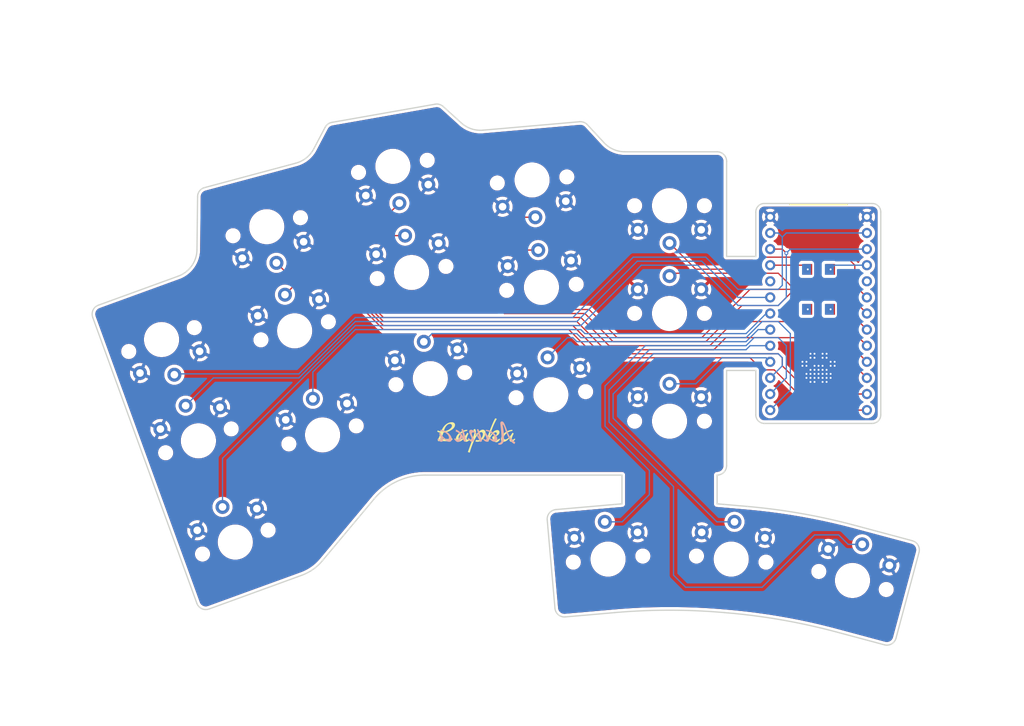
<source format=kicad_pcb>
(kicad_pcb (version 20240108) (generator "pcbnew") (generator_version "8.0")
  (layers (0 "F.Cu" signal) (31 "B.Cu" signal) (34 "B.Paste" user) (35 "F.Paste" user) (36 "B.SilkS" user "B.Silkscreen") (37 "F.SilkS" user "F.Silkscreen") (38 "B.Mask" user) (39 "F.Mask" user) (44 "Edge.Cuts" user))
  (net 0 "")
  (net 1 "SW11")
  (net 2 "SW8")
  (net 3 "SW13")
  (net 4 "SW10")
  (net 5 "SW17")
  (net 6 "SW4")
  (net 7 "SW12")
  (net 8 "SW6")
  (net 9 "SW3")
  (net 10 "GND")
  (net 11 "SW15")
  (net 12 "SW9")
  (net 13 "SW16")
  (net 14 "SW2")
  (net 15 "SW5")
  (net 16 "SW1")
  (net 17 "SW14")
  (net 18 "SW18")
  (net 19 "SW7")
  (net 22 "RST0")
  (net 23 "RST1")
  (net 24 "RSTG1")
  (net 25 "RSTG0")
  (footprint "PCM_Switch_Keyboard_Kailh:SW_KLPv1v2_DS" (layer "F.Cu") (at 97.829107 95.014189 20)
    (property "Reference" "SW6" (hide yes))
    (property "Value" "~")
  )
  (footprint "PCM_Switch_Keyboard_Kailh:SW_KLPv1v2_DS" (layer "F.Cu") (at 150.420102 53.8661 -175)
    (property "Reference" "SW4" (hide yes))
    (property "Value" "~")
  )
  (footprint "PCM_Switch_Keyboard_Kailh:SW_KLPv1v2_DS" (layer "F.Cu") (at 172.090001 57.919998 180)
    (property "Reference" "SW5" (hide yes))
    (property "Value" "~")
  )
  (footprint "PCM_Switch_Keyboard_Kailh:SW_KLPv1v2_DS" (layer "F.Cu") (at 134.383402 85.199796 10)
    (property "Reference" "SW13" (hide yes))
    (property "Value" "~")
  )
  (footprint "Library:SW_SPST_TL3342_Mod" (layer "F.Cu") (at 195.58 71.12 90)
    (property "Reference" "REF**" (hide yes))
    (property "Value" "SW_SPST_TL3342_Mod")
  )
  (footprint "Library:SuperMini NRF52840" (layer "F.Cu") (at 187.96 59.69)
    (property "Reference" "U2" (hide yes))
    (property "Value" "~")
  )
  (footprint "PCM_Switch_Keyboard_Kailh:SW_KLPv1v2_DS" (layer "F.Cu") (at 128.479404 51.716295 -170)
    (property "Reference" "SW3" (hide yes))
    (property "Value" "~")
  )
  (footprint "PCM_Switch_Keyboard_Kailh:SW_KLPv1v2_DS" (layer "F.Cu") (at 112.997102 77.661401 15)
    (property "Reference" "SW7" (hide yes))
    (property "Value" "~")
  )
  (footprint "PCM_Switch_Keyboard_Kailh:SW_KLPv1v2_DS" (layer "F.Cu") (at 117.396999 94.082091 15)
    (property "Reference" "SW12" (hide yes))
    (property "Value" "~")
  )
  (footprint "PCM_Switch_Keyboard_Kailh:SW_KLPv1v2_DS" (layer "F.Cu") (at 181.8149 113.672093 -5)
    (property "Reference" "SW17" (hide yes))
    (property "Value" "~")
  )
  (footprint "PCM_Switch_Keyboard_Kailh:SW_KLPv1v2_DS" (layer "F.Cu") (at 172.090008 74.91999)
    (property "Reference" "SW10" (hide yes))
    (property "Value" "~")
  )
  (footprint "PCM_Switch_Keyboard_Kailh:SW_KLPv1v2_DS" (layer "F.Cu") (at 92.014809 79.039394 -160)
    (property "Reference" "SW1" (hide yes))
    (property "Value" "~")
  )
  (footprint "PCM_Switch_Keyboard_Kailh:SW_KLPv1v2_DS" (layer "F.Cu") (at 108.597107 61.240697 -165)
    (property "Reference" "SW2" (hide yes))
    (property "Value" "~")
  )
  (footprint "PCM_Switch_Keyboard_Kailh:SW_KLPv1v2_DS" (layer "F.Cu") (at 200.93319 117.043093 -15)
    (property "Reference" "SW18" (hide yes))
    (property "Value" "~")
  )
  (footprint "PCM_Switch_Keyboard_Kailh:SW_KLPv1v2_DS" (layer "F.Cu") (at 172.090003 91.919996)
    (property "Reference" "SW15" (hide yes))
    (property "Value" "~")
  )
  (footprint "PCM_Switch_Keyboard_Kailh:SW_KLPv1v2_DS" (layer "F.Cu") (at 103.6434 110.988987 20)
    (property "Reference" "SW11" (hide yes))
    (property "Value" "~")
  )
  (footprint "PCM_Switch_Keyboard_Kailh:SW_KLPv1v2_DS" (layer "F.Cu") (at 151.901803 70.801395 5)
    (property "Reference" "SW9" (hide yes))
    (property "Value" "~")
  )
  (footprint "PCM_Switch_Keyboard_Kailh:SW_KLPv1v2_DS" (layer "F.Cu") (at 131.431401 68.458093 10)
    (property "Reference" "SW8" (hide yes))
    (property "Value" "~")
  )
  (footprint "PCM_Switch_Keyboard_Kailh:SW_KLPv1v2_DS" (layer "F.Cu") (at 153.38341 87.736697 5)
    (property "Reference" "SW14" (hide yes))
    (property "Value" "~")
  )
  (footprint "PCM_Switch_Keyboard_Kailh:SW_KLPv1v2_DS" (layer "F.Cu") (at 162.401804 113.672096 5)
    (property "Reference" "SW16" (hide yes))
    (property "Value" "~")
  )
  (footprint "Library:SW_SPST_TL3342_Mod" (layer "B.Cu") (at 195.58 71.12 90)
    (property "Reference" "REF**" (hide yes))
    (property "Value" "SW_SPST_TL3342_Mod")
  )
  (gr_poly (pts (xy 135.943386 93.446921) (xy 136.154522 93.492165) (xy 136.211292 93.505519) (xy 136.267238 93.520443) (xy 136.322359 93.536939) (xy 136.376655 93.555005) (xy 136.430127 93.574642) (xy 136.482774 93.59585) (xy 136.534597 93.618629) (xy 136.585595 93.642979) (xy 136.635768 93.6689) (xy 136.685116 93.696391) (xy 136.733639 93.725454) (xy 136.781338 93.756087) (xy 136.828212 93.788292) (xy 136.87426 93.822067) (xy 136.919484 93.857414) (xy 136.963883 93.894331) (xy 137.005887 93.932035) (xy 137.04518 93.969738) (xy 137.081764 94.007441) (xy 137.115638 94.045144) (xy 137.146802 94.082847) (xy 137.175256 94.12055) (xy 137.201 94.158253) (xy 137.224034 94.195956) (xy 137.244359 94.23366) (xy 137.261973 94.271363) (xy 137.276878 94.309066) (xy 137.289072 94.346769) (xy 137.298557 94.384472) (xy 137.305332 94.422175) (xy 137.309396 94.459878) (xy 137.310751 94.497581) (xy 137.309809 94.533498) (xy 137.306981 94.567098) (xy 137.302268 94.59838) (xy 137.29567 94.627345) (xy 137.291664 94.640958) (xy 137.287187 94.653992) (xy 137.282238 94.666447) (xy 137.276819 94.678323) (xy 137.270927 94.689619) (xy 137.264565 94.700336) (xy 137.257731 94.710473) (xy 137.250426 94.720031) (xy 137.24265 94.72901) (xy 137.234402 94.73741) (xy 137.225684 94.74523) (xy 137.216493 94.752471) (xy 137.206832 94.759133) (xy 137.196699 94.765215) (xy 137.186095 94.770719) (xy 137.17502 94.775642) (xy 137.163474 94.779987) (xy 137.151456 94.783752) (xy 137.138967 94.786938) (xy 137.126006 94.789545) (xy 137.112575 94.791572) (xy 137.098672 94.793021) (xy 137.084297 94.79389) (xy 137.069452 94.794179) (xy 137.040762 94.792942) (xy 137.011248 94.789231) (xy 136.980909 94.783045) (xy 136.949745 94.774385) (xy 136.917756 94.763251) (xy 136.884942 94.749642) (xy 136.851304 94.73356) (xy 136.816841 94.715003) (xy 136.781553 94.693971) (xy 136.745441 94.670466) (xy 136.708504 94.644486) (xy 136.670742 94.616032) (xy 136.632155 94.585104) (xy 136.592743 94.551701) (xy 136.552507 94.515824) (xy 136.511446 94.477473) (xy 136.470404 94.437453) (xy 136.430227 94.396568) (xy 136.390914 94.35482) (xy 136.352465 94.312207) (xy 136.31488 94.26873) (xy 136.278159 94.22439) (xy 136.242302 94.179185) (xy 136.207309 94.133116) (xy 136.17318 94.086183) (xy 136.139915 94.038387) (xy 136.107513 93.989726) (xy 136.075976 93.940202) (xy 136.045303 93.889813) (xy 136.015493 93.838561) (xy 135.986548 93.786445) (xy 135.958466 93.733465) (xy 135.747328 93.859142) (xy 135.82038 94.009092) (xy 135.88369 94.144745) (xy 135.93726 94.266103) (xy 135.98109 94.373164) (xy 136.015179 94.46593) (xy 136.039529 94.544399) (xy 136.048051 94.578272) (xy 136.054138 94.608571) (xy 136.057791 94.635297) (xy 136.059008 94.658448) (xy 136.058831 94.667168) (xy 136.058301 94.67573) (xy 136.057418 94.684135) (xy 136.05618 94.692383) (xy 136.05459 94.700474) (xy 136.052646 94.708408) (xy 136.050348 94.716184) (xy 136.047697 94.723803) (xy 136.044693 94.731265) (xy 136.041335 94.73857) (xy 136.037623 94.745718) (xy 136.033558 94.752708) (xy 136.02914 94.759542) (xy 136.024368 94.766218) (xy 136.019243 94.772736) (xy 136.013764 94.779098) (xy 136.0075 94.784577) (xy 136.001276 94.789702) (xy 135.995091 94.794474) (xy 135.988945 94.798892) (xy 135.982838 94.802957) (xy 135.97677 94.806668) (xy 135.970741 94.810026) (xy 135.964752 94.813031) (xy 135.958802 94.815682) (xy 135.952891 94.817979) (xy 135.947019 94.819923) (xy 135.941186 94.821514) (xy 135.935393 94.822751) (xy 135.929639 94.823635) (xy 135.923925 94.824165) (xy 135.91825 94.824342) (xy 135.906233 94.824263) (xy 135.895316 94.824027) (xy 135.885497 94.823634) (xy 135.876778 94.823083) (xy 135.869158 94.822376) (xy 135.862638 94.821512) (xy 135.857218 94.820492) (xy 135.852898 94.819315) (xy 135.822735 94.809261) (xy 135.81488 94.803917) (xy 135.806395 94.797948) (xy 135.797284 94.791351) (xy 135.787546 94.784125) (xy 135.781418 94.780355) (xy 135.775604 94.776584) (xy 135.770106 94.772814) (xy 135.764922 94.769044) (xy 135.760053 94.765274) (xy 135.755497 94.761503) (xy 135.751256 94.757733) (xy 135.747328 94.753963) (xy 135.687005 94.708719) (xy 135.667837 94.694265) (xy 135.650558 94.681068) (xy 135.635164 94.669129) (xy 135.621652 94.658448) (xy 135.506029 94.743909) (xy 135.515298 94.762701) (xy 135.52551 94.781376) (xy 135.536664 94.799933) (xy 135.54876 94.818372) (xy 135.561799 94.836694) (xy 135.57578 94.854897) (xy 135.590704 94.872983) (xy 135.60657 94.890951) (xy 135.623379 94.908801) (xy 135.641131 94.926533) (xy 135.659825 94.944147) (xy 135.679462 94.961644) (xy 135.700042 94.979023) (xy 135.721564 94.996284) (xy 135.744029 95.013427) (xy 135.767437 95.030452) (xy 135.790569 95.046888) (xy 135.813466 95.062264) (xy 135.836126 95.07658) (xy 135.858552 95.089835) (xy 135.880742 95.102029) (xy 135.902696 95.113163) (xy 135.924415 95.123237) (xy 135.945898 95.132251) (xy 135.967146 95.140204) (xy 135.988158 95.147096) (xy 136.008934 95.152928) (xy 136.029475 95.1577) (xy 136.049779 95.161412) (xy 136.069848 95.164063) (xy 136.089681 95.165653) (xy 136.109278 95.166183) (xy 136.127526 95.165879) (xy 136.145195 95.164966) (xy 136.162285 95.163444) (xy 136.178795 95.161314) (xy 136.194726 95.158574) (xy 136.210077 95.155226) (xy 136.22485 95.15127) (xy 136.239042 95.146704) (xy 136.252656 95.14153) (xy 136.26569 95.135747) (xy 136.278145 95.129355) (xy 136.290021 95.122355) (xy 136.301317 95.114746) (xy 136.312034 95.106528) (xy 136.322171 95.097701) (xy 136.33173 95.088265) (xy 136.340708 95.078221) (xy 136.349108 95.067568) (xy 136.356929 95.056306) (xy 136.36417 95.044436) (xy 136.370831 95.031956) (xy 136.376914 95.018868) (xy 136.382417 95.005171) (xy 136.387341 94.990866) (xy 136.391685 94.975951) (xy 136.395451 94.960428) (xy 136.398637 94.944296) (xy 136.401243 94.927555) (xy 136.403271 94.910206) (xy 136.404719 94.892247) (xy 136.405588 94.87368) (xy 136.405878 94.854504) (xy 136.405583 94.836064) (xy 136.404699 94.817192) (xy 136.403227 94.797889) (xy 136.401165 94.778153) (xy 136.398514 94.757985) (xy 136.395273 94.737386) (xy 136.391444 94.716354) (xy 136.387026 94.694891) (xy 136.382018 94.672996) (xy 136.376422 94.650669) (xy 136.370236 94.62791) (xy 136.363461 94.604719) (xy 136.356097 94.581096) (xy 136.348144 94.557041) (xy 136.330471 94.507636) (xy 136.516472 94.698665) (xy 136.583238 94.764958) (xy 136.647806 94.825597) (xy 136.679264 94.853796) (xy 136.710173 94.880582) (xy 136.740533 94.905953) (xy 136.770342 94.929911) (xy 136.799601 94.952454) (xy 136.828311 94.973584) (xy 136.85647 94.9933) (xy 136.88408 95.011602) (xy 136.911139 95.02849) (xy 136.937649 95.043964) (xy 136.963608 95.058023) (xy 136.989018 95.070669) (xy 137.013505 95.082234) (xy 137.037954 95.093054) (xy 137.062362 95.103127) (xy 137.086732 95.112455) (xy 137.111062 95.121036) (xy 137.135353 95.128871) (xy 137.159604 95.13596) (xy 137.183817 95.142303) (xy 137.20799 95.1479) (xy 137.232123 95.152751) (xy 137.256218 95.156855) (xy 137.280274 95.160213) (xy 137.30429 95.162825) (xy 137.328267 95.164691) (xy 137.352205 95.16581) (xy 137.376104 95.166183) (xy 137.39963 95.165771) (xy 137.422448 95.164534) (xy 137.44456 95.162472) (xy 137.465964 95.159585) (xy 137.486662 95.155874) (xy 137.506652 95.151338) (xy 137.525935 95.145977) (xy 137.544511 95.139791) (xy 137.562381 95.132781) (xy 137.579543 95.124946) (xy 137.595999 95.116286) (xy 137.611747 95.106801) (xy 137.626789 95.096491) (xy 137.641124 95.085357) (xy 137.654753 95.073398) (xy 137.667675 95.060615) (xy 137.67924 95.046477) (xy 137.69006 95.03171) (xy 137.700133 95.016315) (xy 137.70946 95.000292) (xy 137.718042 94.98364) (xy 137.725877 94.96636) (xy 137.732966 94.948451) (xy 137.739309 94.929914) (xy 137.744905 94.910748) (xy 137.749756 94.890954) (xy 137.75386 94.870531) (xy 137.757219 94.84948) (xy 137.759831 94.8278) (xy 137.761696 94.805492) (xy 137.762816 94.782555) (xy 137.763189 94.75899) (xy 137.762128 94.715043) (xy 137.758947 94.671174) (xy 137.753645 94.627384) (xy 137.746222 94.583673) (xy 137.736679 94.54004) (xy 137.725014 94.496485) (xy 137.711229 94.453009) (xy 137.695323 94.409611) (xy 137.677297 94.366291) (xy 137.657149 94.323051) (xy 137.634881 94.279888) (xy 137.610492 94.236804) (xy 137.583982 94.193798) (xy 137.555351 94.150871) (xy 137.5246 94.108023) (xy 137.491727 94.065252) (xy 137.457205 94.022404) (xy 137.421505 93.980577) (xy 137.384626 93.939771) (xy 137.34657 93.899986) (xy 137.307335 93.861222) (xy 137.266922 93.82348) (xy 137.22533 93.786758) (xy 137.182561 93.751058) (xy 137.138613 93.716379) (xy 137.093487 93.682721) (xy 137.047183 93.650084) (xy 136.999701 93.618468) (xy 136.95104 93.587874) (xy 136.901201 93.558301) (xy 136.850185 93.529749) (xy 136.797989 93.502219) (xy 136.745205 93.476024) (xy 136.692421 93.451478) (xy 136.639636 93.428581) (xy 136.586852 93.407334) (xy 136.534067 93.387736) (xy 136.481283 93.369787) (xy 136.428499 93.353488) (xy 136.375714 93.338839) (xy 136.32293 93.325839) (xy 136.270146 93.314488) (xy 136.217362 93.304787) (xy 136.164577 93.296736) (xy 136.111793 93.290334) (xy 136.059009 93.285582) (xy 136.006224 93.28248) (xy 135.95344 93.281027)) (stroke (width -0.000001)) (fill solid) (layer "B.SilkS"))
  (gr_poly (pts (xy 141.716871 93.220702) (xy 141.753238 93.318025) (xy 141.791962 93.431527) (xy 141.833043 93.561211) (xy 141.876481 93.707074) (xy 141.922275 93.869119) (xy 141.970426 94.047344) (xy 142.020932 94.24175) (xy 142.073794 94.452338) (xy 141.987509 94.308672) (xy 141.902088 94.174276) (xy 141.817531 94.049148) (xy 141.733838 93.933289) (xy 141.651009 93.8267) (xy 141.569045 93.729378) (xy 141.487944 93.641326) (xy 141.407707 93.562542) (xy 141.328334 93.493027) (xy 141.249826 93.432781) (xy 141.172181 93.381804) (xy 141.0954 93.340095) (xy 141.019483 93.307655) (xy 140.944429 93.284483) (xy 140.87024 93.27058) (xy 140.796915 93.265946) (xy 140.781382 93.26628) (xy 140.766203 93.267281) (xy 140.751378 93.26895) (xy 140.736905 93.271287) (xy 140.722786 93.274291) (xy 140.70902 93.277963) (xy 140.695608 93.282302) (xy 140.682549 93.287309) (xy 140.669843 93.292984) (xy 140.657491 93.299327) (xy 140.645493 93.306337) (xy 140.633848 93.314016) (xy 140.622556 93.322362) (xy 140.611619 93.331375) (xy 140.601035 93.341057) (xy 140.590805 93.351406) (xy 140.580455 93.362207) (xy 140.570774 93.373244) (xy 140.56176 93.384516) (xy 140.553414 93.396023) (xy 140.545736 93.407766) (xy 140.538725 93.419744) (xy 140.532383 93.431958) (xy 140.526708 93.444407) (xy 140.5217 93.457093) (xy 140.517361 93.470013) (xy 140.513689 93.48317) (xy 140.510685 93.496562) (xy 140.508348 93.51019) (xy 140.506679 93.524054) (xy 140.505678 93.538154) (xy 140.505344 93.55249) (xy 140.505815 93.581083) (xy 140.507229 93.609047) (xy 140.509586 93.636382) (xy 140.512885 93.663089) (xy 140.517126 93.689167) (xy 140.522311 93.714616) (xy 140.528437 93.739436) (xy 140.535507 93.763627) (xy 140.545089 93.790176) (xy 140.558756 93.82458) (xy 140.576508 93.866838) (xy 140.598344 93.916952) (xy 140.624264 93.97492) (xy 140.65427 94.040743) (xy 140.726536 94.195956) (xy 140.763059 94.276231) (xy 140.794714 94.348652) (xy 140.821499 94.413218) (xy 140.843414 94.469929) (xy 140.860459 94.518786) (xy 140.872635 94.559789) (xy 140.876896 94.577345) (xy 140.87994 94.592937) (xy 140.881766 94.606566) (xy 140.882375 94.618231) (xy 140.882179 94.628777) (xy 140.88159 94.639048) (xy 140.880608 94.649044) (xy 140.879233 94.658765) (xy 140.877465 94.66821) (xy 140.875305 94.677381) (xy 140.872752 94.686277) (xy 140.869806 94.694898) (xy 140.866467 94.703243) (xy 140.862736 94.711314) (xy 140.858613 94.71911) (xy 140.854096 94.72663) (xy 140.849187 94.733876) (xy 140.843886 94.740847) (xy 140.838191 94.747542) (xy 140.832105 94.753963) (xy 140.825841 94.759441) (xy 140.819617 94.764567) (xy 140.813432 94.769338) (xy 140.807285 94.773757) (xy 140.801178 94.777822) (xy 140.795111 94.781533) (xy 140.789082 94.784891) (xy 140.783092 94.787895) (xy 140.777142 94.790546) (xy 140.771231 94.792844) (xy 140.765359 94.794788) (xy 140.759527 94.796379) (xy 140.753734 94.797616) (xy 140.74798 94.798499) (xy 140.742265 94.799029) (xy 140.73659 94.799206) (xy 140.730993 94.799147) (xy 140.725515 94.798971) (xy 140.720154 94.798676) (xy 140.714911 94.798264) (xy 140.709785 94.797733) (xy 140.704778 94.797085) (xy 140.699888 94.79632) (xy 140.695117 94.795436) (xy 140.690463 94.794434) (xy 140.685926 94.793315) (xy 140.681508 94.792078) (xy 140.677208 94.790723) (xy 140.673025 94.78925) (xy 140.66896 94.78766) (xy 140.665013 94.785951) (xy 140.661184 94.784125) (xy 140.657394 94.782181) (xy 140.653565 94.780119) (xy 140.645788 94.775642) (xy 140.637854 94.770693) (xy 140.629763 94.765274) (xy 140.621515 94.759382) (xy 140.613111 94.75302) (xy 140.604549 94.746186) (xy 140.595832 94.738881) (xy 140.57635 94.724115) (xy 140.558127 94.709977) (xy 140.541162 94.696467) (xy 140.525453 94.683583) (xy 140.517755 94.677063) (xy 140.509743 94.670072) (xy 140.501418 94.66261) (xy 140.492778 94.654678) (xy 140.483824 94.646274) (xy 140.474555 94.637398) (xy 140.464971 94.628051) (xy 140.455073 94.618231) (xy 140.444155 94.607392) (xy 140.434021 94.597495) (xy 140.424674 94.58854) (xy 140.416111 94.580528) (xy 140.408335 94.573459) (xy 140.401344 94.567332) (xy 140.395139 94.562148) (xy 140.389721 94.557906) (xy 140.284153 94.63834) (xy 140.29831 94.665714) (xy 140.313136 94.692539) (xy 140.328629 94.718814) (xy 140.34479 94.744539) (xy 140.361619 94.769713) (xy 140.379115 94.794338) (xy 140.39728 94.818413) (xy 140.416112 94.841938) (xy 140.435612 94.864913) (xy 140.455779 94.887339) (xy 140.476614 94.909214) (xy 140.498117 94.93054) (xy 140.520288 94.951315) (xy 140.543126 94.971541) (xy 140.566631 94.991218) (xy 140.590805 95.010344) (xy 140.614547 95.028606) (xy 140.638013 95.045691) (xy 140.661205 95.061597) (xy 140.684122 95.076324) (xy 140.706764 95.089874) (xy 140.729131 95.102245) (xy 140.751223 95.113438) (xy 140.77304 95.123453) (xy 140.794581 95.13229) (xy 140.815848 95.139948) (xy 140.83684 95.146429) (xy 140.857557 95.151731) (xy 140.877998 95.155854) (xy 140.898165 95.1588) (xy 140.918057 95.160567) (xy 140.937674 95.161156) (xy 140.956897 95.160803) (xy 140.975611 95.159743) (xy 140.993814 95.157975) (xy 141.011507 95.155501) (xy 141.028689 95.15232) (xy 141.045361 95.148432) (xy 141.061522 95.143836) (xy 141.077173 95.138534) (xy 141.092314 95.132526) (xy 141.106943 95.12581) (xy 141.121063 95.118387) (xy 141.134672 95.110257) (xy 141.14777 95.10142) (xy 141.160357 95.091877) (xy 141.172434 95.081626) (xy 141.184 95.070669) (xy 141.194958 95.059181) (xy 141.205208 95.04734) (xy 141.214752 95.035146) (xy 141.223589 95.022597) (xy 141.231718 95.009696) (xy 141.239141 94.996441) (xy 141.245857 94.982832) (xy 141.251866 94.968871) (xy 141.257168 94.954555) (xy 141.261763 94.939886) (xy 141.265651 94.924864) (xy 141.268832 94.909488) (xy 141.271306 94.893759) (xy 141.273074 94.877676) (xy 141.274134 94.86124) (xy 141.274487 94.84445) (xy 141.27382 94.826698) (xy 141.271817 94.807375) (xy 141.268478 94.786481) (xy 141.263804 94.764016) (xy 141.257795 94.73998) (xy 141.250451 94.714373) (xy 141.241771 94.687195) (xy 141.231756 94.658446) (xy 141.220405 94.628127) (xy 141.20772 94.596236) (xy 141.193699 94.562774) (xy 141.178343 94.527742) (xy 141.161651 94.491139) (xy 141.143625 94.452965) (xy 141.124263 94.41322) (xy 141.103567 94.371904) (xy 141.062328 94.289271) (xy 141.026588 94.212293) (xy 140.996347 94.140972) (xy 140.971604 94.075306) (xy 140.961295 94.044595) (xy 140.952361 94.015296) (xy 140.944801 93.987412) (xy 140.938615 93.960942) (xy 140.933805 93.935885) (xy 140.930368 93.912241) (xy 140.928307 93.890012) (xy 140.927619 93.869196) (xy 140.927855 93.860457) (xy 140.928562 93.851836) (xy 140.92974 93.843333) (xy 140.93139 93.834948) (xy 140.933511 93.826681) (xy 140.936103 93.818532) (xy 140.939166 93.8105) (xy 140.942701 93.802587) (xy 140.946706 93.794792) (xy 140.951184 93.787114) (xy 140.956132 93.779554) (xy 140.961552 93.772112) (xy 140.967443 93.764787) (xy 140.973805 93.75758) (xy 140.980639 93.750491) (xy 140.987944 93.743519) (xy 140.994955 93.736214) (xy 141.002162 93.72938) (xy 141.009566 93.723018) (xy 141.017166 93.717127) (xy 141.024963 93.711707) (xy 141.032955 93.706758) (xy 141.041144 93.702281) (xy 141.049529 93.698275) (xy 141.05811 93.694741) (xy 141.066888 93.691677) (xy 141.075862 93.689085) (xy 141.085032 93.686964) (xy 141.094398 93.685315) (xy 141.103961 93.684136) (xy 141.11372 93.68343) (xy 141.123675 93.683194) (xy 141.139704 93.683577) (xy 141.155743 93.684726) (xy 141.171791 93.68664) (xy 141.187849 93.689321) (xy 141.203917 93.692767) (xy 141.219995 93.696979) (xy 141.236083 93.701957) (xy 141.252181 93.707701) (xy 141.268288 93.714211) (xy 141.284405 93.721486) (xy 141.316669 93.738335) (xy 141.348973 93.758247) (xy 141.381315 93.781222) (xy 141.413697 93.807261) (xy 141.446118 93.836363) (xy 141.478578 93.868528) (xy 141.511077 93.903757) (xy 141.543615 93.942049) (xy 141.576193 93.983405) (xy 141.608809 94.027824) (xy 141.641465 94.075306) (xy 141.707759 94.177499) (xy 141.775938 94.29053) (xy 141.846003 94.4144) (xy 141.917954 94.549109) (xy 141.99179 94.694658) (xy 142.067511 94.851047) (xy 142.145116 95.018276) (xy 142.224606 95.196346) (xy 142.526232 95.090777) (xy 142.501098 94.945462) (xy 142.47345 94.80109) (xy 142.443288 94.657662) (xy 142.410612 94.515176) (xy 142.375422 94.373633) (xy 142.337718 94.233032) (xy 142.2975 94.093374) (xy 142.254769 93.954656) (xy 142.209996 93.820103) (xy 142.166167 93.695447) (xy 142.123279 93.580688) (xy 142.081335 93.475827) (xy 142.040333 93.380862) (xy 142.000273 93.295794) (xy 141.961156 93.220624) (xy 141.922981 93.15535)) (stroke (width -0.000001)) (fill solid) (layer "B.SilkS"))
  (gr_poly (pts (xy 143.120724 93.446921) (xy 143.331861 93.492165) (xy 143.388631 93.505519) (xy 143.444577 93.520443) (xy 143.499698 93.536939) (xy 143.553994 93.555005) (xy 143.607466 93.574642) (xy 143.660113 93.59585) (xy 143.711936 93.618629) (xy 143.762934 93.642979) (xy 143.813107 93.6689) (xy 143.862455 93.696391) (xy 143.910978 93.725454) (xy 143.958677 93.756087) (xy 144.005551 93.788292) (xy 144.051599 93.822067) (xy 144.096823 93.857414) (xy 144.141222 93.894331) (xy 144.183225 93.932035) (xy 144.222519 93.969738) (xy 144.259103 94.007441) (xy 144.292977 94.045144) (xy 144.324141 94.082847) (xy 144.352595 94.12055) (xy 144.378339 94.158253) (xy 144.401373 94.195956) (xy 144.421698 94.23366) (xy 144.439312 94.271363) (xy 144.454217 94.309066) (xy 144.466411 94.346769) (xy 144.475896 94.384472) (xy 144.482671 94.422175) (xy 144.486736 94.459878) (xy 144.488091 94.497581) (xy 144.487148 94.533498) (xy 144.48432 94.567098) (xy 144.479607 94.59838) (xy 144.473009 94.627345) (xy 144.469003 94.640958) (xy 144.464526 94.653992) (xy 144.459578 94.666447) (xy 144.454158 94.678323) (xy 144.448267 94.689619) (xy 144.441904 94.700336) (xy 144.43507 94.710473) (xy 144.427765 94.720031) (xy 144.419989 94.72901) (xy 144.411742 94.73741) (xy 144.403023 94.74523) (xy 144.393833 94.752471) (xy 144.384171 94.759133) (xy 144.374038 94.765215) (xy 144.363434 94.770719) (xy 144.352359 94.775642) (xy 144.340813 94.779987) (xy 144.328795 94.783752) (xy 144.316305 94.786938) (xy 144.303345 94.789545) (xy 144.289913 94.791572) (xy 144.27601 94.793021) (xy 144.261636 94.79389) (xy 144.24679 94.794179) (xy 144.2181 94.792942) (xy 144.188586 94.789231) (xy 144.158247 94.783045) (xy 144.127083 94.774385) (xy 144.095094 94.763251) (xy 144.062281 94.749642) (xy 144.028642 94.73356) (xy 143.994179 94.715003) (xy 143.958892 94.693971) (xy 143.922779 94.670466) (xy 143.885842 94.644486) (xy 143.84808 94.616032) (xy 143.809493 94.585104) (xy 143.770081 94.551701) (xy 143.729845 94.515824) (xy 143.688784 94.477473) (xy 143.647743 94.437453) (xy 143.607565 94.396568) (xy 143.568252 94.35482) (xy 143.529803 94.312207) (xy 143.492218 94.26873) (xy 143.455497 94.22439) (xy 143.41964 94.179185) (xy 143.384647 94.133116) (xy 143.350518 94.086183) (xy 143.317253 94.038387) (xy 143.284852 93.989726) (xy 143.253315 93.940202) (xy 143.222642 93.889813) (xy 143.192832 93.838561) (xy 143.163887 93.786445) (xy 143.135805 93.733465) (xy 142.924667 93.859142) (xy 142.997719 94.009092) (xy 143.061029 94.144745) (xy 143.114599 94.266103) (xy 143.158428 94.373164) (xy 143.192518 94.46593) (xy 143.216867 94.544399) (xy 143.225389 94.578272) (xy 143.231476 94.608571) (xy 143.235129 94.635297) (xy 143.236346 94.658448) (xy 143.23617 94.667168) (xy 143.235639 94.67573) (xy 143.234756 94.684135) (xy 143.233519 94.692383) (xy 143.231928 94.700474) (xy 143.229984 94.708408) (xy 143.227686 94.716184) (xy 143.225035 94.723803) (xy 143.222031 94.731265) (xy 143.218673 94.73857) (xy 143.214962 94.745718) (xy 143.210897 94.752708) (xy 143.206479 94.759542) (xy 143.201707 94.766218) (xy 143.196582 94.772736) (xy 143.191103 94.779098) (xy 143.184839 94.784577) (xy 143.178615 94.789702) (xy 143.17243 94.794474) (xy 143.166284 94.798892) (xy 143.160176 94.802957) (xy 143.154109 94.806668) (xy 143.14808 94.810026) (xy 143.142091 94.813031) (xy 143.13614 94.815682) (xy 143.130229 94.817979) (xy 143.124358 94.819923) (xy 143.118525 94.821514) (xy 143.112732 94.822751) (xy 143.106978 94.823635) (xy 143.101263 94.824165) (xy 143.095588 94.824342) (xy 143.083572 94.824263) (xy 143.072654 94.824027) (xy 143.062836 94.823634) (xy 143.054117 94.823083) (xy 143.046497 94.822376) (xy 143.039977 94.821512) (xy 143.034557 94.820492) (xy 143.030236 94.819315) (xy 143.000073 94.809261) (xy 142.992218 94.803917) (xy 142.983734 94.797948) (xy 142.974622 94.791351) (xy 142.964884 94.784125) (xy 142.958756 94.780355) (xy 142.952943 94.776584) (xy 142.947444 94.772814) (xy 142.94226 94.769044) (xy 142.937391 94.765274) (xy 142.932836 94.761503) (xy 142.928595 94.757733) (xy 142.924667 94.753963) (xy 142.864342 94.708719) (xy 142.845176 94.694265) (xy 142.827896 94.681068) (xy 142.812502 94.669129) (xy 142.79899 94.658448) (xy 142.683367 94.743909) (xy 142.692637 94.762701) (xy 142.702848 94.781376) (xy 142.714002 94.799933) (xy 142.726099 94.818372) (xy 142.739138 94.836694) (xy 142.753119 94.854897) (xy 142.768043 94.872983) (xy 142.783909 94.890951) (xy 142.800718 94.908801) (xy 142.81847 94.926533) (xy 142.837164 94.944147) (xy 142.856801 94.961644) (xy 142.87738 94.979023) (xy 142.898903 94.996284) (xy 142.921368 95.013427) (xy 142.944776 95.030452) (xy 142.967908 95.046888) (xy 142.990804 95.062264) (xy 143.013465 95.07658) (xy 143.035891 95.089835) (xy 143.058081 95.102029) (xy 143.080035 95.113163) (xy 143.101754 95.123237) (xy 143.123237 95.132251) (xy 143.144485 95.140204) (xy 143.165497 95.147096) (xy 143.186273 95.152928) (xy 143.206814 95.1577) (xy 143.227118 95.161412) (xy 143.247187 95.164063) (xy 143.26702 95.165653) (xy 143.286617 95.166183) (xy 143.304865 95.165879) (xy 143.322534 95.164966) (xy 143.339624 95.163444) (xy 143.356134 95.161314) (xy 143.372065 95.158574) (xy 143.387416 95.155226) (xy 143.402188 95.15127) (xy 143.416381 95.146704) (xy 143.429994 95.14153) (xy 143.443028 95.135747) (xy 143.455483 95.129355) (xy 143.467359 95.122355) (xy 143.478655 95.114746) (xy 143.489372 95.106528) (xy 143.499509 95.097701) (xy 143.509068 95.088265) (xy 143.518046 95.078221) (xy 143.526446 95.067568) (xy 143.534266 95.056306) (xy 143.541507 95.044436) (xy 143.548169 95.031956) (xy 143.554252 95.018868) (xy 143.559755 95.005171) (xy 143.564679 94.990866) (xy 143.569023 94.975951) (xy 143.572788 94.960428) (xy 143.575974 94.944296) (xy 143.578581 94.927555) (xy 143.580609 94.910206) (xy 143.582057 94.892247) (xy 143.582926 94.87368) (xy 143.583215 94.854504) (xy 143.582921 94.836064) (xy 143.582037 94.817192) (xy 143.580564 94.797889) (xy 143.578502 94.778153) (xy 143.575851 94.757985) (xy 143.572611 94.737386) (xy 143.568782 94.716354) (xy 143.564364 94.694891) (xy 143.559356 94.672996) (xy 143.55376 94.650669) (xy 143.547574 94.62791) (xy 143.540799 94.604719) (xy 143.533436 94.581096) (xy 143.525483 94.557041) (xy 143.507809 94.507636) (xy 143.693811 94.698665) (xy 143.760578 94.764958) (xy 143.825145 94.825597) (xy 143.856603 94.853796) (xy 143.887512 94.880582) (xy 143.917871 94.905953) (xy 143.947681 94.929911) (xy 143.97694 94.952454) (xy 144.005649 94.973584) (xy 144.033809 94.9933) (xy 144.061418 95.011602) (xy 144.088478 95.02849) (xy 144.114988 95.043964) (xy 144.140947 95.058023) (xy 144.166357 95.070669) (xy 144.190844 95.082234) (xy 144.215292 95.093054) (xy 144.239701 95.103127) (xy 144.26407 95.112455) (xy 144.2884 95.121036) (xy 144.312691 95.128871) (xy 144.336943 95.13596) (xy 144.361155 95.142303) (xy 144.385328 95.1479) (xy 144.409462 95.152751) (xy 144.433556 95.156855) (xy 144.457612 95.160213) (xy 144.481628 95.162825) (xy 144.505605 95.164691) (xy 144.529543 95.16581) (xy 144.553442 95.166183) (xy 144.576968 95.165771) (xy 144.599787 95.164534) (xy 144.621898 95.162472) (xy 144.643303 95.159585) (xy 144.664 95.155874) (xy 144.68399 95.151338) (xy 144.703273 95.145977) (xy 144.72185 95.139791) (xy 144.739719 95.132781) (xy 144.756881 95.124946) (xy 144.773337 95.116286) (xy 144.789086 95.106801) (xy 144.804128 95.096491) (xy 144.818463 95.085357) (xy 144.832091 95.073398) (xy 144.845013 95.060615) (xy 144.856579 95.046477) (xy 144.867398 95.03171) (xy 144.877472 95.016315) (xy 144.886799 95.000292) (xy 144.89538 94.98364) (xy 144.903216 94.96636) (xy 144.910305 94.948451) (xy 144.916648 94.929914) (xy 144.922244 94.910748) (xy 144.927095 94.890954) (xy 144.931199 94.870531) (xy 144.934558 94.84948) (xy 144.93717 94.8278) (xy 144.939035 94.805492) (xy 144.940155 94.782555) (xy 144.940528 94.75899) (xy 144.939468 94.715043) (xy 144.936286 94.671174) (xy 144.930984 94.627384) (xy 144.923562 94.583673) (xy 144.914018 94.54004) (xy 144.902354 94.496485) (xy 144.888568 94.453009) (xy 144.872662 94.409611) (xy 144.854636 94.366291) (xy 144.834488 94.323051) (xy 144.812219 94.279888) (xy 144.78783 94.236804) (xy 144.76132 94.193798) (xy 144.732689 94.150871) (xy 144.701938 94.108023) (xy 144.669065 94.065252) (xy 144.634544 94.022404) (xy 144.598843 93.980577) (xy 144.561965 93.939771) (xy 144.523908 93.899986) (xy 144.484674 93.861222) (xy 144.444261 93.82348) (xy 144.402669 93.786758) (xy 144.3599 93.751058) (xy 144.315952 93.716379) (xy 144.270826 93.682721) (xy 144.224522 93.650084) (xy 144.17704 93.618468) (xy 144.128379 93.587874) (xy 144.07854 93.558301) (xy 144.027523 93.529749) (xy 143.975328 93.502219) (xy 143.922543 93.476024) (xy 143.869759 93.451478) (xy 143.816975 93.428581) (xy 143.76419 93.407334) (xy 143.711406 93.387736) (xy 143.658622 93.369787) (xy 143.605837 93.353488) (xy 143.553053 93.338839) (xy 143.500269 93.325839) (xy 143.447484 93.314488) (xy 143.3947 93.304787) (xy 143.341916 93.296736) (xy 143.289131 93.290334) (xy 143.236347 93.285582) (xy 143.183562 93.28248) (xy 143.130778 93.281027)) (stroke (width -0.000001)) (fill solid) (layer "B.SilkS"))
  (gr_poly (pts (xy 139.276857 93.19054) (xy 139.301364 93.260368) (xy 139.329642 93.354233) (xy 139.361689 93.472134) (xy 139.397508 93.614072) (xy 139.437096 93.780045) (xy 139.480454 93.970053) (xy 139.527583 94.184097) (xy 139.578482 94.422175) (xy 139.509278 94.28495) (xy 139.439918 94.157308) (xy 139.370402 94.03925) (xy 139.335585 93.983814) (xy 139.300729 93.930774) (xy 139.265834 93.880131) (xy 139.2309 93.831882) (xy 139.195927 93.78603) (xy 139.160915 93.742574) (xy 139.125864 93.701513) (xy 139.090774 93.662848) (xy 139.055645 93.62658) (xy 139.020477 93.592706) (xy 138.98507 93.560108) (xy 138.949232 93.528924) (xy 138.912962 93.499154) (xy 138.876259 93.470798) (xy 138.839125 93.443857) (xy 138.801559 93.418329) (xy 138.763562 93.394215) (xy 138.725132 93.371515) (xy 138.68627 93.350229) (xy 138.646977 93.330356) (xy 138.607251 93.311898) (xy 138.567094 93.294853) (xy 138.526504 93.279222) (xy 138.485483 93.265005) (xy 138.44403 93.252201) (xy 138.402145 93.240811) (xy 138.402145 93.572598) (xy 138.44729 93.57627) (xy 138.492239 93.583517) (xy 138.536992 93.594337) (xy 138.581548 93.608731) (xy 138.625907 93.626699) (xy 138.67007 93.648241) (xy 138.714037 93.673357) (xy 138.757807 93.702047) (xy 138.801382 93.734311) (xy 138.84476 93.770149) (xy 138.887942 93.80956) (xy 138.930927 93.852546) (xy 138.973717 93.899105) (xy 139.01631 93.949238) (xy 139.058707 94.002944) (xy 139.100909 94.060225) (xy 139.097805 94.100639) (xy 139.093523 94.140188) (xy 139.088063 94.178874) (xy 139.081425 94.216695) (xy 139.073609 94.253653) (xy 139.064615 94.289746) (xy 139.054443 94.324975) (xy 139.043093 94.35934) (xy 139.030565 94.392841) (xy 139.016859 94.425477) (xy 139.001974 94.45725) (xy 138.985912 94.488158) (xy 138.968671 94.518202) (xy 138.950252 94.547382) (xy 138.930655 94.575698) (xy 138.90988 94.60315) (xy 138.887964 94.629326) (xy 138.866206 94.653812) (xy 138.844605 94.676611) (xy 138.823161 94.69772) (xy 138.801874 94.717141) (xy 138.780744 94.734873) (xy 138.759772 94.750917) (xy 138.738956 94.765272) (xy 138.718298 94.777938) (xy 138.697797 94.788915) (xy 138.677454 94.798204) (xy 138.657267 94.805804) (xy 138.637238 94.811715) (xy 138.617366 94.815937) (xy 138.597651 94.81847) (xy 138.578093 94.819315) (xy 138.573208 94.819108) (xy 138.56798 94.81849) (xy 138.562408 94.817459) (xy 138.556492 94.816016) (xy 138.543629 94.811892) (xy 138.529392 94.806119) (xy 138.51378 94.798696) (xy 138.496793 94.789624) (xy 138.478432 94.778902) (xy 138.458696 94.76653) (xy 138.437586 94.75251) (xy 138.415101 94.736839) (xy 138.391242 94.719519) (xy 138.366009 94.70055) (xy 138.339401 94.679931) (xy 138.311419 94.657663) (xy 138.282062 94.633745) (xy 138.251332 94.608177) (xy 138.125656 94.718773) (xy 138.162239 94.776605) (xy 138.199097 94.830706) (xy 138.23623 94.881075) (xy 138.273638 94.927713) (xy 138.311321 94.97062) (xy 138.349279 95.009796) (xy 138.387512 95.045241) (xy 138.42602 95.076954) (xy 138.464803 95.104937) (xy 138.503862 95.129188) (xy 138.543195 95.149709) (xy 138.582803 95.166498) (xy 138.622686 95.179557) (xy 138.662845 95.188884) (xy 138.703278 95.194481) (xy 138.743987 95.196346) (xy 138.767275 95.195403) (xy 138.790643 95.192576) (xy 138.814089 95.187863) (xy 138.837614 95.181265) (xy 138.861218 95.172782) (xy 138.8849 95.162413) (xy 138.908661 95.15016) (xy 138.9325 95.136021) (xy 138.956419 95.119997) (xy 138.980415 95.102088) (xy 139.004491 95.082294) (xy 139.028644 95.060615) (xy 139.052877 95.03705) (xy 139.077188 95.011601) (xy 139.101577 94.984266) (xy 139.126045 94.955046) (xy 139.149333 94.924942) (xy 139.171443 94.894957) (xy 139.192375 94.865089) (xy 139.212129 94.835338) (xy 139.230706 94.805706) (xy 139.248104 94.776192) (xy 139.264324 94.746795) (xy 139.279366 94.717516) (xy 139.29323 94.688355) (xy 139.305916 94.659312) (xy 139.317424 94.630387) (xy 139.327754 94.601579) (xy 139.336905 94.57289) (xy 139.344879 94.544318) (xy 139.351674 94.515864) (xy 139.357291 94.487527) (xy 139.379283 94.526489) (xy 139.415099 94.588069) (xy 139.464741 94.672271) (xy 139.528211 94.779098) (xy 139.562143 94.836832) (xy 139.593562 94.891895) (xy 139.622467 94.944287) (xy 139.64886 94.994007) (xy 139.672739 95.041057) (xy 139.694105 95.085437) (xy 139.712957 95.127145) (xy 139.729295 95.166183) (xy 140.03092 95.060615) (xy 140.003821 94.907131) (xy 139.975308 94.755847) (xy 139.945381 94.606762) (xy 139.91404 94.459877) (xy 139.881286 94.315191) (xy 139.847117 94.172704) (xy 139.811535 94.032418) (xy 139.774539 93.894331) (xy 139.73589 93.76245) (xy 139.697872 93.64078) (xy 139.660483 93.529321) (xy 139.623723 93.428073) (xy 139.587592 93.337035) (xy 139.552089 93.256208) (xy 139.517214 93.185593) (xy 139.482968 93.125188)) (stroke (width -0.000001)) (fill solid) (layer "B.SilkS"))
  (gr_poly (pts (xy 145.662919 91.949164) (xy 145.647048 91.950107) (xy 145.631698 91.951678) (xy 145.616867 91.953877) (xy 145.602557 91.956705) (xy 145.588767 91.960161) (xy 145.575498 91.964246) (xy 145.562749 91.968958) (xy 145.55052 91.9743) (xy 145.538811 91.980269) (xy 145.527623 91.986867) (xy 145.516955 91.994094) (xy 145.506808 92.001949) (xy 145.497181 92.010432) (xy 145.488074 92.019544) (xy 145.479487 92.029284) (xy 145.471421 92.039652) (xy 145.463875 92.050649) (xy 145.45685 92.062274) (xy 145.450345 92.074527) (xy 145.44436 92.087409) (xy 145.438896 92.10092) (xy 145.433952 92.115058) (xy 145.429529 92.129825) (xy 145.425626 92.145221) (xy 145.422243 92.161245) (xy 145.41938 92.177897) (xy 145.417039 92.195177) (xy 145.415217 92.213086) (xy 145.413916 92.231624) (xy 145.413135 92.250789) (xy 145.412875 92.270584) (xy 145.413582 92.28865) (xy 145.415703 92.317712) (xy 145.419238 92.357772) (xy 145.424186 92.408828) (xy 145.438325 92.543931) (xy 145.458119 92.723021) (xy 145.492289 93.01679) (xy 145.521902 93.299876) (xy 145.546959 93.572281) (xy 145.56746 93.834003) (xy 145.583405 94.085043) (xy 145.594793 94.325401) (xy 145.601627 94.555077) (xy 145.603904 94.774071) (xy 145.603433 94.81417) (xy 145.602019 94.852777) (xy 145.599663 94.889892) (xy 145.596364 94.925514) (xy 145.592122 94.959643) (xy 145.586938 94.99228) (xy 145.580811 95.023424) (xy 145.573742 95.053076) (xy 145.56573 95.081235) (xy 145.556775 95.107902) (xy 145.546878 95.133076) (xy 145.536039 95.156758) (xy 145.524256 95.178948) (xy 145.511532 95.199645) (xy 145.497864 95.21885) (xy 145.483254 95.236562) (xy 145.467466 95.253823) (xy 145.450264 95.270415) (xy 145.431648 95.28634) (xy 145.411618 95.301598) (xy 145.390175 95.316188) (xy 145.367317 95.33011) (xy 145.343046 95.343365) (xy 145.317361 95.355952) (xy 145.290262 95.367872) (xy 145.261749 95.379124) (xy 145.231822 95.389709) (xy 145.200481 95.399626) (xy 145.167726 95.408876) (xy 145.133558 95.417458) (xy 145.097976 95.425372) (xy 145.060979 95.432619) (xy 145.121304 95.618621) (xy 145.182574 95.623021) (xy 145.235674 95.626163) (xy 145.280603 95.628047) (xy 145.317361 95.628675) (xy 145.354632 95.627674) (xy 145.391039 95.624669) (xy 145.426583 95.619662) (xy 145.461262 95.612651) (xy 145.495078 95.603638) (xy 145.528029 95.592622) (xy 145.560117 95.579602) (xy 145.59134 95.56458) (xy 145.621699 95.547555) (xy 145.651194 95.528526) (xy 145.679825 95.507495) (xy 145.707592 95.484461) (xy 145.734494 95.459423) (xy 145.760532 95.432383) (xy 145.785706 95.40334) (xy 145.810015 95.372294) (xy 145.83254 95.340265) (xy 145.853612 95.307019) (xy 145.87323 95.272556) (xy 145.891394 95.236875) (xy 145.908106 95.199977) (xy 145.923364 95.161861) (xy 145.937168 95.122528) (xy 145.94952 95.081978) (xy 145.960418 95.04021) (xy 145.969863 94.997225) (xy 145.977854 94.953022) (xy 145.984393 94.907602) (xy 145.989478 94.860965) (xy 145.993111 94.813109) (xy 145.99529 94.764036) (xy 145.996017 94.713746) (xy 145.99366 94.455402) (xy 145.986591 94.203184) (xy 145.974809 93.957092) (xy 145.958314 93.717127) (xy 145.937106 93.483288) (xy 145.911185 93.255576) (xy 145.880551 93.033992) (xy 145.845204 92.818536) (xy 145.807503 92.603628) (xy 145.798076 92.546131) (xy 145.794933 92.521938) (xy 145.795091 92.51585) (xy 145.795562 92.510156) (xy 145.796348 92.504854) (xy 145.797448 92.499944) (xy 145.798116 92.497637) (xy 145.798863 92.495428) (xy 145.799688 92.493317) (xy 145.800591 92.491304) (xy 145.801573 92.48939) (xy 145.802634 92.487573) (xy 145.803773 92.485855) (xy 145.804991 92.484235) (xy 145.806287 92.482713) (xy 145.807662 92.481289) (xy 145.809115 92.479964) (xy 145.810647 92.478736) (xy 145.812257 92.477607) (xy 145.813946 92.476576) (xy 145.815713 92.475643) (xy 145.817559 92.474809) (xy 145.819483 92.474072) (xy 145.821486 92.473434) (xy 145.823567 92.472894) (xy 145.825727 92.472452) (xy 145.827965 92.472109) (xy 145.830282 92.471863) (xy 145.832677 92.471716) (xy 145.83515 92.471667) (xy 145.840271 92.472158) (xy 145.845579 92.473631) (xy 145.851073 92.476085) (xy 145.856754 92.479522) (xy 145.862621 92.48394) (xy 145.868675 92.48934) (xy 145.874915 92.495722) (xy 145.881341 92.503086) (xy 145.887955 92.511432) (xy 145.894754 92.52076) (xy 145.90174 92.531069) (xy 145.908913 92.54236) (xy 145.923818 92.567889) (xy 145.939469 92.597344) (xy 145.955866 92.630727) (xy 145.973008 92.668038) (xy 145.990897 92.709275) (xy 146.009532 92.754441) (xy 146.028913 92.803533) (xy 146.04904 92.856553) (xy 146.069913 92.9135) (xy 146.091531 92.974375) (xy 146.237317 93.391623) (xy 146.31791 93.612813) (xy 146.398816 93.821436) (xy 146.480035 94.017492) (xy 146.561568 94.20098) (xy 146.643415 94.371901) (xy 146.725576 94.530255) (xy 146.808051 94.676041) (xy 146.89084 94.809261) (xy 146.932078 94.87155) (xy 146.974101 94.931483) (xy 147.01691 94.989059) (xy 147.060505 95.044278) (xy 147.104884 95.097141) (xy 147.15005 95.147647) (xy 147.196 95.195797) (xy 147.242736 95.24159) (xy 147.290258 95.285026) (xy 147.338565 95.326107) (xy 147.387658 95.364831) (xy 147.437536 95.401198) (xy 147.488199 95.43521) (xy 147.539648 95.466865) (xy 147.591883 95.496164) (xy 147.644903 95.523106) (xy 147.775607 95.246617) (xy 147.715537 95.201314) (xy 147.657235 95.155894) (xy 147.6007 95.110355) (xy 147.545932 95.064699) (xy 147.492932 95.018925) (xy 147.441699 94.973033) (xy 147.392233 94.927024) (xy 147.344535 94.880896) (xy 147.298603 94.834651) (xy 147.25444 94.788288) (xy 147.212043 94.741807) (xy 147.171414 94.695209) (xy 147.132553 94.648492) (xy 147.095458 94.601658) (xy 147.060131 94.554706) (xy 147.026572 94.507636) (xy 146.99309 94.4587) (xy 146.959256 94.406151) (xy 146.925067 94.34999) (xy 146.890526 94.290215) (xy 146.855631 94.226827) (xy 146.820382 94.159825) (xy 146.748825 94.014983) (xy 146.675853 93.855688) (xy 146.601468 93.681939) (xy 146.525668 93.493737) (xy 146.448454 93.291082) (xy 146.277534 92.833617) (xy 146.234256 92.718544) (xy 146.192392 92.612111) (xy 146.15194 92.514318) (xy 146.112901 92.425166) (xy 146.075276 92.344654) (xy 146.039064 92.272783) (xy 146.004266 92.209551) (xy 145.970881 92.154961) (xy 145.954427 92.130002) (xy 145.937737 92.106653) (xy 145.920811 92.084915) (xy 145.903648 92.064787) (xy 145.886251 92.046269) (xy 145.868617 92.029362) (xy 145.850747 92.014065) (xy 145.832642 92.000378) (xy 145.8143 91.988301) (xy 145.795723 91.977834) (xy 145.77691 91.968978) (xy 145.757862 91.961732) (xy 145.738578 91.956096) (xy 145.719058 91.95207) (xy 145.699302 91.949655) (xy 145.679311 91.94885)) (stroke (width -0.000001)) (fill solid) (layer "B.SilkS"))
  (gr_poly (pts (xy 144.869332 91.546685) (xy 144.703123 91.847995) (xy 144.543827 92.161245) (xy 144.391443 92.486434) (xy 144.245971 92.823562) (xy 144.107412 93.17263) (xy 143.975765 93.533637) (xy 143.851031 93.906585) (xy 143.73321 94.291472) (xy 143.82951 94.150557) (xy 143.922354 94.021895) (xy 144.011741 93.905486) (xy 144.097673 93.801331) (xy 144.139342 93.753849) (xy 144.180148 93.70943) (xy 144.22009 93.668074) (xy 144.259167 93.629782) (xy 144.297381 93.594553) (xy 144.334731 93.562388) (xy 144.371217 93.533286) (xy 144.40684 93.507247) (xy 144.44193 93.483506) (xy 144.476824 93.461296) (xy 144.511522 93.440618) (xy 144.546024 93.421472) (xy 144.58033 93.403858) (xy 144.614439 93.387775) (xy 144.648353 93.373224) (xy 144.68207 93.360205) (xy 144.715591 93.348717) (xy 144.748915 93.338761) (xy 144.782043 93.330337) (xy 144.814975 93.323444) (xy 144.847711 93.318083) (xy 144.88025 93.314254) (xy 144.912592 93.311957) (xy 144.944738 93.311191) (xy 144.963962 93.311564) (xy 144.982675 93.312683) (xy 145.000878 93.314549) (xy 145.018571 93.317161) (xy 145.035753 93.320519) (xy 145.052425 93.324624) (xy 145.068586 93.329474) (xy 145.084237 93.335071) (xy 145.099378 93.341414) (xy 145.114008 93.348503) (xy 145.128127 93.356338) (xy 145.141736 93.36492) (xy 145.154834 93.374247) (xy 145.167422 93.38432) (xy 145.179499 93.39514) (xy 145.191065 93.406705) (xy 145.202631 93.41886) (xy 145.21345 93.431447) (xy 145.223524 93.444466) (xy 145.232851 93.457917) (xy 145.241432 93.4718) (xy 145.249267 93.486116) (xy 145.256356 93.500863) (xy 145.262699 93.516043) (xy 145.268296 93.531654) (xy 145.273147 93.547698) (xy 145.277251 93.564174) (xy 145.280609 93.581082) (xy 145.283221 93.598421) (xy 145.285087 93.616193) (xy 145.286206 93.634397) (xy 145.286579 93.653032) (xy 145.286285 93.671158) (xy 145.285401 93.689087) (xy 145.283928 93.70682) (xy 145.281867 93.724356) (xy 145.279215 93.741696) (xy 145.275975 93.758839) (xy 145.272146 93.775785) (xy 145.267728 93.792536) (xy 145.26272 93.809089) (xy 145.257124 93.825447) (xy 145.250938 93.841608) (xy 145.244163 93.857573) (xy 145.236799 93.873341) (xy 145.228847 93.888913) (xy 145.220305 93.904288) (xy 145.211173 93.919468) (xy 145.20212 93.934431) (xy 145.192556 93.949159) (xy 145.182482 93.963651) (xy 145.171897 93.977908) (xy 145.160802 93.991928) (xy 145.149196 94.005714) (xy 145.13708 94.019263) (xy 145.124454 94.032577) (xy 145.111317 94.045655) (xy 145.09767 94.058498) (xy 145.083512 94.071105) (xy 145.068843 94.083476) (xy 145.053664 94.095612) (xy 145.037974 94.107512) (xy 145.021774 94.119177) (xy 145.005062 94.130606) (xy 144.954635 94.163204) (xy 144.901379 94.195646) (xy 144.845296 94.22793) (xy 144.786385 94.260056) (xy 144.724646 94.292025) (xy 144.660079 94.323836) (xy 144.592685 94.35549) (xy 144.522463 94.386987) (xy 144.528374 94.41607) (xy 144.534795 94.444249) (xy 144.541726 94.471526) (xy 144.549168 94.497898) (xy 144.55712 94.523368) (xy 144.565583 94.547934) (xy 144.574557 94.571596) (xy 144.584041 94.594355) (xy 144.594036 94.616211) (xy 144.604542 94.637164) (xy 144.615558 94.657213) (xy 144.627085 94.676359) (xy 144.639123 94.694601) (xy 144.651672 94.711941) (xy 144.664732 94.728377) (xy 144.678302 94.743909) (xy 144.692244 94.758519) (xy 144.706421 94.772187) (xy 144.720833 94.784912) (xy 144.735482 94.796694) (xy 144.750366 94.807533) (xy 144.765486 94.81743) (xy 144.780842 94.826385) (xy 144.796434 94.834397) (xy 144.812261 94.841466) (xy 144.828324 94.847593) (xy 144.844623 94.852777) (xy 144.861158 94.857019) (xy 144.877929 94.860318) (xy 144.894935 94.862674) (xy 144.912178 94.864088) (xy 144.929656 94.864559) (xy 144.934541 94.864353) (xy 144.939769 94.863734) (xy 144.945341 94.862704) (xy 144.951257 94.86126) (xy 144.964119 94.857136) (xy 144.978356 94.851363) (xy 144.993967 94.84394) (xy 145.010953 94.834868) (xy 145.029313 94.824146) (xy 145.049048 94.811775) (xy 145.070158 94.797754) (xy 145.092642 94.782084) (xy 145.116501 94.764764) (xy 145.141734 94.745795) (xy 145.168343 94.725176) (xy 145.196326 94.702907) (xy 145.225684 94.678989) (xy 145.256417 94.653422) (xy 145.382094 94.764018) (xy 145.345508 94.821849) (xy 145.308648 94.87595) (xy 145.271514 94.926319) (xy 145.234104 94.972958) (xy 145.19642 95.015865) (xy 145.158461 95.055041) (xy 145.120227 95.090485) (xy 145.081719 95.122199) (xy 145.042936 95.150182) (xy 145.003878 95.174433) (xy 144.964546 95.194953) (xy 144.924938 95.211743) (xy 144.885056 95.224801) (xy 144.8449 95.234129) (xy 144.804469 95.239725) (xy 144.763763 95.241591) (xy 144.751185 95.241301) (xy 144.738587 95.240432) (xy 144.725969 95.238984) (xy 144.713332 95.236956) (xy 144.700676 95.23435) (xy 144.688 95.231164) (xy 144.675304 95.227398) (xy 144.662589 95.223054) (xy 144.6371 95.212627) (xy 144.611532 95.199883) (xy 144.585886 95.184821) (xy 144.560162 95.167443) (xy 144.53436 95.147747) (xy 144.508478 95.125734) (xy 144.482519 95.101404) (xy 144.456481 95.074756) (xy 144.430364 95.045791) (xy 144.404169 95.014509) (xy 144.377895 94.98091) (xy 144.351542 94.944993) (xy 144.325974 94.90833) (xy 144.302056 94.872492) (xy 144.279788 94.837479) (xy 144.259169 94.803291) (xy 144.2402 94.769927) (xy 144.22288 94.737389) (xy 144.207209 94.705676) (xy 144.193189 94.674787) (xy 144.180817 94.644723) (xy 144.170095 94.615484) (xy 144.161023 94.587069) (xy 144.1536 94.55948) (xy 144.147827 94.532714) (xy 144.143703 94.506774) (xy 144.141229 94.481657) (xy 144.140404 94.457366) (xy 144.140758 94.449825) (xy 144.141818 94.442285) (xy 144.143585 94.434744) (xy 144.14606 94.427203) (xy 144.149241 94.419663) (xy 144.153129 94.412122) (xy 144.157724 94.404581) (xy 144.163026 94.397041) (xy 144.169035 94.3895) (xy 144.17575 94.38196) (xy 144.183173 94.374419) (xy 144.191303 94.366878) (xy 144.200139 94.359338) (xy 144.209683 94.351797) (xy 144.219933 94.344256) (xy 144.23089 94.336716) (xy 144.242554 94.329175) (xy 144.254925 94.321635) (xy 144.268003 94.314094) (xy 144.281788 94.306553) (xy 144.311478 94.291472) (xy 144.343996 94.276391) (xy 144.379341 94.26131) (xy 144.417514 94.246228) (xy 144.458514 94.231147) (xy 144.502342 94.216066) (xy 144.519212 94.210234) (xy 144.535885 94.204048) (xy 144.552362 94.197509) (xy 144.568642 94.190616) (xy 144.584726 94.18337) (xy 144.600612 94.17577) (xy 144.616303 94.167817) (xy 144.631796 94.159511) (xy 144.647094 94.150851) (xy 144.662195 94.141838) (xy 144.6771 94.132471) (xy 144.691808 94.12275) (xy 144.706321 94.112677) (xy 144.720637 94.102249) (xy 144.734757 94.091469) (xy 144.748681 94.080335) (xy 144.762681 94.068376) (xy 144.775778 94.056379) (xy 144.787971 94.044342) (xy 144.799262 94.032265) (xy 144.80965 94.02015) (xy 144.819135 94.007995) (xy 144.827716 93.9958) (xy 144.835395 93.983566) (xy 144.84217 93.971293) (xy 144.848042 93.958981) (xy 144.853011 93.946629) (xy 144.857076 93.934237) (xy 144.860238 93.921807) (xy 144.862497 93.909337) (xy 144.863852 93.896827) (xy 144.864304 93.884278) (xy 144.864088 93.871906) (xy 144.86344 93.859927) (xy 144.862359 93.84834) (xy 144.860847 93.837147) (xy 144.858902 93.826346) (xy 144.856525 93.815938) (xy 144.853717 93.805923) (xy 144.850476 93.796301) (xy 144.846804 93.787072) (xy 144.8427 93.778235) (xy 144.838164 93.769791) (xy 144.833196 93.761741) (xy 144.827796 93.754083) (xy 144.821965 93.746818) (xy 144.815702 93.739945) (xy 144.809007 93.733466) (xy 144.801976 93.726769) (xy 144.79471 93.720504) (xy 144.787207 93.714671) (xy 144.77947 93.709271) (xy 144.771496 93.704303) (xy 144.763288 93.699767) (xy 144.754843 93.695663) (xy 144.746163 93.691991) (xy 144.737248 93.688751) (xy 144.728097 93.685943) (xy 144.718711 93.683567) (xy 144.709089 93.681623) (xy 144.699232 93.680112) (xy 144.689139 93.679032) (xy 144.678811 93.678384) (xy 144.668248 93.678168) (xy 144.633637 93.682664) (xy 144.598928 93.689871) (xy 144.564121 93.699787) (xy 144.529216 93.712414) (xy 144.494213 93.72775) (xy 144.459112 93.745797) (xy 144.423912 93.766553) (xy 144.388615 93.790019) (xy 144.353219 93.816195) (xy 144.317725 93.845082) (xy 144.282133 93.876678) (xy 144.246443 93.910984) (xy 144.210654 93.948) (xy 144.174768 93.987726) (xy 144.138783 94.030162) (xy 144.1027 94.075307) (xy 144.066519 94.123163) (xy 144.030239 94.173729) (xy 143.957386 94.28299) (xy 143.88414 94.40309) (xy 143.810502 94.53403) (xy 143.73647 94.675809) (xy 143.662046 94.828428) (xy 143.587229 94.991887) (xy 143.51202 95.166185) (xy 143.205367 95.060616) (xy 143.207645 95.028451) (xy 143.214478 94.985996) (xy 143.225868 94.933252) (xy 143.241813 94.870217) (xy 143.262313 94.796893) (xy 143.28737 94.713279) (xy 143.351151 94.515181) (xy 143.433155 94.275923) (xy 143.533382 93.995505) (xy 143.651833 93.673928) (xy 143.788509 93.311191) (xy 143.930209 92.946806) (xy 144.061227 92.620281) (xy 144.181562 92.331616) (xy 144.291214 92.080812) (xy 144.390184 91.867868) (xy 144.478472 91.692784) (xy 144.556079 91.55556) (xy 144.623004 91.456197)) (stroke (width -0.000001)) (fill solid) (layer "F.SilkS"))
  (gr_poly (pts (xy 137.795 92.075) (xy 137.822847 92.076414) (xy 137.849986 92.07877) (xy 137.876418 92.082069) (xy 137.902143 92.086311) (xy 137.927161 92.091495) (xy 137.951472 92.097622) (xy 137.975075 92.104691) (xy 137.997972 92.112703) (xy 138.020161 92.121657) (xy 138.041644 92.131554) (xy 138.062419 92.142394) (xy 138.082488 92.154176) (xy 138.101849 92.166901) (xy 138.120503 92.180568) (xy 138.138451 92.195178) (xy 138.155497 92.209945) (xy 138.171444 92.225341) (xy 138.18629 92.241365) (xy 138.200036 92.258017) (xy 138.212683 92.275298) (xy 138.224229 92.293207) (xy 138.234676 92.311744) (xy 138.244023 92.33091) (xy 138.25227 92.350704) (xy 138.259417 92.371126) (xy 138.265465 92.392177) (xy 138.270413 92.413857) (xy 138.274261 92.436164) (xy 138.27701 92.4591) (xy 138.278659 92.482665) (xy 138.279209 92.506857) (xy 138.278664 92.533201) (xy 138.277029 92.559445) (xy 138.274305 92.585592) (xy 138.27049 92.611641) (xy 138.259592 92.663443) (xy 138.244334 92.714852) (xy 138.224716 92.765869) (xy 138.200739 92.816493) (xy 138.172403 92.866725) (xy 138.139707 92.916563) (xy 138.102652 92.966009) (xy 138.061238 93.015062) (xy 138.015464 93.063723) (xy 137.965331 93.111991) (xy 137.910838 93.159866) (xy 137.851985 93.207349) (xy 137.788774 93.254439) (xy 137.721203 93.301137) (xy 137.651473 93.345751) (xy 137.580526 93.387853) (xy 137.50836 93.42744) (xy 137.434977 93.464515) (xy 137.360376 93.499076) (xy 137.284558 93.531124) (xy 137.207521 93.560658) (xy 137.129267 93.587679) (xy 137.049796 93.612186) (xy 136.969107 93.63418) (xy 136.887201 93.65366) (xy 136.804077 93.670627) (xy 136.719735 93.68508) (xy 136.634177 93.697019) (xy 136.547401 93.706445) (xy 136.459408 93.713357) (xy 136.400732 93.889542) (xy 136.370747 93.972155) (xy 136.340329 94.051116) (xy 136.309479 94.126424) (xy 136.278197 94.198079) (xy 136.246483 94.266082) (xy 136.214338 94.330432) (xy 136.18176 94.39113) (xy 136.14875 94.448175) (xy 136.115308 94.501568) (xy 136.081434 94.551308) (xy 136.047128 94.597396) (xy 136.01239 94.639832) (xy 135.97722 94.678616) (xy 135.941618 94.713747) (xy 135.97453 94.710212) (xy 136.010426 94.707149) (xy 136.049307 94.704557) (xy 136.091173 94.702436) (xy 136.136025 94.700786) (xy 136.18386 94.699608) (xy 136.234681 94.698901) (xy 136.288487 94.698666) (xy 137.334117 94.728828) (xy 137.361708 94.728259) (xy 137.389181 94.726551) (xy 137.416537 94.723703) (xy 137.443774 94.719717) (xy 137.470893 94.714592) (xy 137.497895 94.708328) (xy 137.524778 94.700925) (xy 137.551544 94.692384) (xy 137.578191 94.682703) (xy 137.604721 94.671883) (xy 137.631133 94.659924) (xy 137.657426 94.646826) (xy 137.683602 94.632589) (xy 137.709659 94.617212) (xy 137.735598 94.600697) (xy 137.76142 94.583043) (xy 137.897151 94.764018) (xy 137.849397 94.818375) (xy 137.806667 94.865818) (xy 137.768961 94.906348) (xy 137.751994 94.924021) (xy 137.736284 94.939966) (xy 137.728508 94.946879) (xy 137.72026 94.953791) (xy 137.711541 94.960704) (xy 137.702351 94.967616) (xy 137.69269 94.974528) (xy 137.682557 94.98144) (xy 137.671953 94.988352) (xy 137.660878 94.995264) (xy 137.649331 95.002175) (xy 137.637313 95.009087) (xy 137.624824 95.015999) (xy 137.611864 95.022911) (xy 137.598432 95.029824) (xy 137.584529 95.036736) (xy 137.570155 95.043649) (xy 137.555309 95.050562) (xy 137.54074 95.057258) (xy 137.525935 95.063523) (xy 137.510894 95.069356) (xy 137.495617 95.074756) (xy 137.480104 95.079724) (xy 137.464355 95.084261) (xy 137.448371 95.088365) (xy 137.432151 95.092037) (xy 137.415694 95.095277) (xy 137.399003 95.098084) (xy 137.382075 95.10046) (xy 137.364911 95.102404) (xy 137.347512 95.103916) (xy 137.329877 95.104996) (xy 137.312007 95.105644) (xy 137.293901 95.10586) (xy 136.353839 95.065643) (xy 136.079863 95.066585) (xy 135.88632 95.069413) (xy 135.819711 95.071534) (xy 135.773211 95.074126) (xy 135.746819 95.077189) (xy 135.741163 95.078898) (xy 135.740535 95.080724) (xy 135.718011 95.079488) (xy 135.696941 95.077034) (xy 135.677323 95.073362) (xy 135.66806 95.07107) (xy 135.659159 95.068473) (xy 135.650622 95.065572) (xy 135.642448 95.062366) (xy 135.634637 95.058856) (xy 135.62719 95.055042) (xy 135.620106 95.050923) (xy 135.613385 95.0465) (xy 135.607028 95.041772) (xy 135.601033 95.03674) (xy 135.595402 95.031404) (xy 135.590135 95.025763) (xy 135.58523 95.019818) (xy 135.580689 95.013568) (xy 135.576512 95.007014) (xy 135.572697 95.000156) (xy 135.569246 94.992993) (xy 135.566158 94.985526) (xy 135.563433 94.977755) (xy 135.561072 94.969679) (xy 135.559074 94.961298) (xy 135.557439 94.952613) (xy 135.556168 94.943624) (xy 135.555259 94.934331) (xy 135.554714 94.924733) (xy 135.554533 94.91483) (xy 135.55683 94.901751) (xy 135.559953 94.887651) (xy 135.5639 94.87253) (xy 135.568671 94.856388) (xy 135.574268 94.839225) (xy 135.580689 94.821041) (xy 135.587935 94.801836) (xy 135.596006 94.781609) (xy 135.604902 94.760362) (xy 135.614622 94.738094) (xy 135.636537 94.690494) (xy 135.661751 94.63881) (xy 135.690264 94.583043) (xy 135.721762 94.518082) (xy 135.75593 94.441341) (xy 135.792769 94.352817) (xy 135.832279 94.252512) (xy 135.874459 94.140425) (xy 135.91931 94.016555) (xy 135.966832 93.880902) (xy 136.017024 93.733466) (xy 135.97832 93.732739) (xy 135.940126 93.730559) (xy 135.902442 93.726926) (xy 135.865269 93.72184) (xy 135.828607 93.715301) (xy 135.792455 93.707308) (xy 135.756814 93.697862) (xy 135.721683 93.686964) (xy 135.687063 93.674612) (xy 135.652953 93.660807) (xy 135.619354 93.645549) (xy 135.586266 93.628838) (xy 135.553688 93.610674) (xy 135.521621 93.591057) (xy 135.490064 93.569987) (xy 135.459018 93.547464) (xy 135.564587 93.361461) (xy 135.59198 93.378506) (xy 135.62012 93.394451) (xy 135.649006 93.409296) (xy 135.678639 93.423041) (xy 135.709017 93.435688) (xy 135.740142 93.447234) (xy 135.772013 93.457681) (xy 135.80463 93.467029) (xy 135.837993 93.475277) (xy 135.872103 93.482425) (xy 135.906958 93.488473) (xy 135.94256 93.493422) (xy 135.978909 93.497271) (xy 136.016003 93.50002) (xy 136.053844 93.50167) (xy 136.092431 93.50222) (xy 136.100914 93.482112) (xy 136.529787 93.482112) (xy 136.592135 93.47681) (xy 136.653502 93.469703) (xy 136.713886 93.460788) (xy 136.773288 93.450066) (xy 136.831709 93.437538) (xy 136.889147 93.423204) (xy 136.945603 93.407062) (xy 137.001077 93.389114) (xy 137.055569 93.369359) (xy 137.109079 93.347797) (xy 137.161608 93.324429) (xy 137.213155 93.299254) (xy 137.263719 93.272272) (xy 137.313303 93.243484) (xy 137.361904 93.212889) (xy 137.409524 93.180487) (xy 137.45518 93.147083) (xy 137.49789 93.113484) (xy 137.537655 93.079688) (xy 137.574475 93.045695) (xy 137.608349 93.011507) (xy 137.639277 92.977122) (xy 137.66726 92.942541) (xy 137.692297 92.907764) (xy 137.714389 92.872791) (xy 137.733535 92.837621) (xy 137.749735 92.802255) (xy 137.76299 92.766692) (xy 137.7733 92.730934) (xy 137.780664 92.694979) (xy 137.785082 92.658828) (xy 137.786555 92.62248) (xy 137.786221 92.608165) (xy 137.78522 92.594124) (xy 137.783551 92.580359) (xy 137.781214 92.566868) (xy 137.77821 92.553652) (xy 137.774538 92.540711) (xy 137.770199 92.528046) (xy 137.765191 92.515655) (xy 137.759517 92.503538) (xy 137.753174 92.491697) (xy 137.746164 92.480131) (xy 137.738485 92.46884) (xy 137.730139 92.457824) (xy 137.721126 92.447082) (xy 137.711444 92.436616) (xy 137.701095 92.426424) (xy 137.690257 92.416684) (xy 137.679104 92.407573) (xy 137.667637 92.39909) (xy 137.655856 92.391235) (xy 137.64376 92.384008) (xy 137.63135 92.37741) (xy 137.618625 92.371441) (xy 137.605587 92.366099) (xy 137.592233 92.361386) (xy 137.578566 92.357302) (xy 137.564583 92.353846) (xy 137.550287 92.351018) (xy 137.535676 92.348819) (xy 137.520751 92.347248) (xy 137.505511 92.346305) (xy 137.489957 92.345991) (xy 137.451175 92.347228) (xy 137.412747 92.350939) (xy 137.374672 92.357125) (xy 137.33695 92.365785) (xy 137.299581 92.376919) (xy 137.262565 92.390528) (xy 137.225903 92.40661) (xy 137.189594 92.425167) (xy 137.153638 92.446199) (xy 137.118036 92.469704) (xy 137.082787 92.495684) (xy 137.047891 92.524138) (xy 137.013349 92.555066) (xy 136.97916 92.588469) (xy 136.945324 92.624346) (xy 136.911842 92.662697) (xy 136.879129 92.703012) (xy 136.847593 92.74478) (xy 136.817235 92.788001) (xy 136.788055 92.832676) (xy 136.760053 92.878804) (xy 136.733229 92.926384) (xy 136.707583 92.975418) (xy 136.683115 93.025905) (xy 136.659825 93.077846) (xy 136.637714 93.131239) (xy 136.61678 93.186085) (xy 136.597025 93.242385) (xy 136.578448 93.300137) (xy 136.561049 93.359342) (xy 136.544829 93.420001) (xy 136.529787 93.482112) (xy 136.100914 93.482112) (xy 136.129486 93.414384) (xy 136.167758 93.329337) (xy 136.207248 93.247078) (xy 136.247956 93.167607) (xy 136.289881 93.090925) (xy 136.333023 93.017031) (xy 136.377383 92.945925) (xy 136.422961 92.877608) (xy 136.469756 92.812079) (xy 136.517768 92.749339) (xy 136.566998 92.689387) (xy 136.617445 92.632223) (xy 136.66911 92.577847) (xy 136.721992 92.52626) (xy 136.776092 92.477462) (xy 136.831409 92.431451) (xy 136.887493 92.38823) (xy 136.943892 92.347797) (xy 137.000604 92.310153) (xy 137.05763 92.275297) (xy 137.114971 92.24323) (xy 137.172626 92.213951) (xy 137.230594 92.187461) (xy 137.288877 92.163759) (xy 137.347474 92.142845) (xy 137.406385 92.124721) (xy 137.46561 92.109384) (xy 137.525149 92.096836) (xy 137.585002 92.087076) (xy 137.64517 92.080105) (xy 137.705651 92.075923) (xy 137.766447 92.074528)) (stroke (width -0.000001)) (fill solid) (layer "F.SilkS"))
  (gr_poly (pts (xy 147.338251 93.446922) (xy 147.127114 93.492166) (xy 147.070344 93.50552) (xy 147.014398 93.520444) (xy 146.959277 93.53694) (xy 146.904981 93.555006) (xy 146.851509 93.574643) (xy 146.798862 93.595851) (xy 146.747039 93.61863) (xy 146.696042 93.64298) (xy 146.645869 93.668901) (xy 146.59652 93.696392) (xy 146.547997 93.725455) (xy 146.500298 93.756088) (xy 146.453425 93.788293) (xy 146.407376 93.822068) (xy 146.362152 93.857415) (xy 146.317753 93.894332) (xy 146.27575 93.932036) (xy 146.236456 93.969739) (xy 146.199872 94.007442) (xy 146.165998 94.045145) (xy 146.134834 94.082848) (xy 146.10638 94.120551) (xy 146.080636 94.158254) (xy 146.057602 94.195957) (xy 146.037277 94.233661) (xy 146.019663 94.271364) (xy 146.004758 94.309067) (xy 145.992564 94.34677) (xy 145.983079 94.384473) (xy 145.976304 94.422176) (xy 145.97224 94.459879) (xy 145.970885 94.497582) (xy 145.971827 94.533499) (xy 145.974655 94.567099) (xy 145.979368 94.598381) (xy 145.985966 94.627346) (xy 145.989972 94.640959) (xy 145.994449 94.653993) (xy 145.999398 94.666448) (xy 146.004818 94.678324) (xy 146.010709 94.68962) (xy 146.017071 94.700337) (xy 146.023905 94.710474) (xy 146.03121 94.720032) (xy 146.038986 94.729011) (xy 146.047234 94.737411) (xy 146.055952 94.745231) (xy 146.065143 94.752472) (xy 146.074804 94.759134) (xy 146.084937 94.765217) (xy 146.095541 94.77072) (xy 146.106616 94.775644) (xy 146.118163 94.779988) (xy 146.13018 94.783753) (xy 146.142669 94.786939) (xy 146.15563 94.789546) (xy 146.169062 94.791574) (xy 146.182965 94.793022) (xy 146.197339 94.793891) (xy 146.212184 94.79418) (xy 146.240874 94.792943) (xy 146.270388 94.789232) (xy 146.300728 94.783046) (xy 146.331891 94.774386) (xy 146.36388 94.763252) (xy 146.396694 94.749643) (xy 146.430332 94.733561) (xy 146.464795 94.715004) (xy 146.500083 94.693972) (xy 146.536195 94.670467) (xy 146.573132 94.644487) (xy 146.610895 94.616033) (xy 146.649481 94.585105) (xy 146.688893 94.551702) (xy 146.729129 94.515825) (xy 146.770191 94.477474) (xy 146.811232 94.437454) (xy 146.851409 94.396569) (xy 146.890722 94.354821) (xy 146.929171 94.312208) (xy 146.966756 94.268731) (xy 147.003477 94.224391) (xy 147.039334 94.179186) (xy 147.074327 94.133117) (xy 147.108457 94.086184) (xy 147.141722 94.038388) (xy 147.174123 93.989727) (xy 147.20566 93.940203) (xy 147.236333 93.889814) (xy 147.266143 93.838562) (xy 147.295088 93.786446) (xy 147.32317 93.733466) (xy 147.534308 93.859143) (xy 147.461257 94.009093) (xy 147.397946 94.144746) (xy 147.344376 94.266104) (xy 147.300546 94.373165) (xy 147.266457 94.465931) (xy 147.242107 94.5444) (xy 147.233585 94.578273) (xy 147.227498 94.608572) (xy 147.223845 94.635298) (xy 147.222628 94.658449) (xy 147.222805 94.667169) (xy 147.223335 94.675731) (xy 147.224219 94.684136) (xy 147.225456 94.692384) (xy 147.227046 94.700475) (xy 147.22899 94.708409) (xy 147.231288 94.716185) (xy 147.233939 94.723804) (xy 147.236944 94.731266) (xy 147.240302 94.738571) (xy 147.244013 94.745719) (xy 147.248078 94.752709) (xy 147.252496 94.759543) (xy 147.257268 94.766219) (xy 147.262393 94.772737) (xy 147.267872 94.779099) (xy 147.274136 94.784578) (xy 147.28036 94.789703) (xy 147.286545 94.794475) (xy 147.292691 94.798893) (xy 147.298798 94.802958) (xy 147.304866 94.80667) (xy 147.310894 94.810027) (xy 147.316884 94.813032) (xy 147.322834 94.815683) (xy 147.328745 94.81798) (xy 147.334617 94.819924) (xy 147.34045 94.821515) (xy 147.346243 94.822752) (xy 147.351997 94.823636) (xy 147.357711 94.824166) (xy 147.363387 94.824343) (xy 147.375403 94.824264) (xy 147.386321 94.824028) (xy 147.396139 94.823635) (xy 147.404858 94.823084) (xy 147.412478 94.822377) (xy 147.418998 94.821513) (xy 147.424418 94.820493) (xy 147.428738 94.819316) (xy 147.458901 94.809262) (xy 147.466756 94.803918) (xy 147.475241 94.797949) (xy 147.484352 94.791352) (xy 147.49409 94.784126) (xy 147.500219 94.780356) (xy 147.506032 94.776585) (xy 147.51153 94.772815) (xy 147.516714 94.769045) (xy 147.521583 94.765274) (xy 147.526139 94.761504) (xy 147.53038 94.757734) (xy 147.534308 94.753964) (xy 147.594633 94.70872) (xy 147.613799 94.694266) (xy 147.631078 94.681069) (xy 147.646472 94.66913) (xy 147.659984 94.658449) (xy 147.775607 94.743909) (xy 147.766338 94.762702) (xy 147.756126 94.781377) (xy 147.744972 94.799934) (xy 147.732876 94.818373) (xy 147.719837 94.836695) (xy 147.705856 94.854898) (xy 147.690932 94.872984) (xy 147.675066 94.890952) (xy 147.658257 94.908802) (xy 147.640505 94.926534) (xy 147.621811 94.944149) (xy 147.602174 94.961645) (xy 147.581594 94.979024) (xy 147.560072 94.996285) (xy 147.537607 95.013428) (xy 147.514199 95.030453) (xy 147.491067 95.046889) (xy 147.468171 95.062265) (xy 147.44551 95.076581) (xy 147.423084 95.089836) (xy 147.400894 95.10203) (xy 147.37894 95.113165) (xy 147.357221 95.123238) (xy 147.335738 95.132252) (xy 147.31449 95.140205) (xy 147.293478 95.147097) (xy 147.272702 95.15293) (xy 147.252161 95.157701) (xy 147.231857 95.161413) (xy 147.211788 95.164064) (xy 147.191955 95.165654) (xy 147.172358 95.166185) (xy 147.15411 95.16588) (xy 147.136441 95.164967) (xy 147.119351 95.163445) (xy 147.102841 95.161315) (xy 147.08691 95.158575) (xy 147.071559 95.155227) (xy 147.056787 95.151271) (xy 147.042594 95.146705) (xy 147.02898 95.141531) (xy 147.015946 95.135748) (xy 147.003491 95.129356) (xy 146.991616 95.122356) (xy 146.980319 95.114747) (xy 146.969602 95.106529) (xy 146.959465 95.097702) (xy 146.949907 95.088266) (xy 146.940928 95.078222) (xy 146.932528 95.067569) (xy 146.924708 95.056307) (xy 146.917467 95.044437) (xy 146.910805 95.031957) (xy 146.904722 95.018869) (xy 146.899219 95.005172) (xy 146.894295 94.990867) (xy 146.889951 94.975952) (xy 146.886185 94.960429) (xy 146.882999 94.944297) (xy 146.880393 94.927556) (xy 146.878365 94.910207) (xy 146.876917 94.892248) (xy 146.876048 94.873681) (xy 146.875759 94.854505) (xy 146.876053 94.836065) (xy 146.876937 94.817193) (xy 146.87841 94.79789) (xy 146.880472 94.778154) (xy 146.883123 94.757986) (xy 146.886363 94.737387) (xy 146.890192 94.716355) (xy 146.89461 94.694892) (xy 146.899618 94.672997) (xy 146.905215 94.65067) (xy 146.9114 94.627911) (xy 146.918175 94.60472) (xy 146.925539 94.581097) (xy 146.933492 94.557042) (xy 146.951166 94.507636) (xy 146.765164 94.698666) (xy 146.698398 94.764959) (xy 146.633831 94.825598) (xy 146.602372 94.853797) (xy 146.571463 94.880583) (xy 146.541104 94.905954) (xy 146.511294 94.929912) (xy 146.482035 94.952455) (xy 146.453325 94.973585) (xy 146.425166 94.993301) (xy 146.397556 95.011603) (xy 146.370497 95.028491) (xy 146.343987 95.043964) (xy 146.318028 95.058024) (xy 146.292618 95.07067) (xy 146.268131 95.082235) (xy 146.243683 95.093055) (xy 146.219274 95.103128) (xy 146.194904 95.112456) (xy 146.170574 95.121037) (xy 146.146283 95.128872) (xy 146.122032 95.135961) (xy 146.09782 95.142304) (xy 146.073647 95.147901) (xy 146.049513 95.152752) (xy 146.025418 95.156856) (xy 146.001363 95.160214) (xy 145.977346 95.162826) (xy 145.953369 95.164692) (xy 145.929431 95.165811) (xy 145.905532 95.166185) (xy 145.882006 95.165772) (xy 145.859188 95.164535) (xy 145.837076 95.162473) (xy 145.815672 95.159586) (xy 145.794974 95.155875) (xy 145.774984 95.151339) (xy 145.755701 95.145978) (xy 145.737125 95.139792) (xy 145.719256 95.132782) (xy 145.702093 95.124947) (xy 145.685638 95.116287) (xy 145.669889 95.106802) (xy 145.654847 95.096492) (xy 145.640512 95.085358) (xy 145.626883 95.073399) (xy 145.613962 95.060616) (xy 145.602396 95.046478) (xy 145.591577 95.031711) (xy 145.581503 95.016316) (xy 145.572176 95.000293) (xy 145.563595 94.983641) (xy 145.555759 94.966361) (xy 145.54867 94.948452) (xy 145.542327 94.929915) (xy 145.536731 94.910749) (xy 145.53188 94.890955) (xy 145.527776 94.870532) (xy 145.524418 94.849481) (xy 145.521806 94.827801) (xy 145.51994 94.805493) (xy 145.51882 94.782556) (xy 145.518447 94.758991) (xy 145.519508 94.715044) (xy 145.522689 94.671175) (xy 145.527991 94.627385) (xy 145.535414 94.583674) (xy 145.544957 94.540041) (xy 145.556622 94.496486) (xy 145.570407 94.45301) (xy 145.586313 94.409612) (xy 145.60434 94.366292) (xy 145.624487 94.323051) (xy 145.646755 94.279889) (xy 145.671145 94.236805) (xy 145.697654 94.193799) (xy 145.726285 94.150872) (xy 145.757037 94.108023) (xy 145.789909 94.065253) (xy 145.824431 94.022405) (xy 145.860131 93.980578) (xy 145.89701 93.939772) (xy 145.935066 93.899987) (xy 145.974301 93.861223) (xy 146.014714 93.823481) (xy 146.056306 93.786759) (xy 146.099075 93.751059) (xy 146.143023 93.71638) (xy 146.188149 93.682722) (xy 146.234453 93.650085) (xy 146.281935 93.618469) (xy 146.330596 93.587875) (xy 146.380435 93.558302) (xy 146.431452 93.52975) (xy 146.483647 93.50222) (xy 146.536431 93.476025) (xy 146.589216 93.451479) (xy 146.642 93.428582) (xy 146.694784 93.407335) (xy 146.747569 93.387737) (xy 146.800353 93.369788) (xy 146.853137 93.353489) (xy 146.905922 93.33884) (xy 146.958706 93.32584) (xy 147.011491 93.314489) (xy 147.064275 93.304788) (xy 147.117059 93.296737) (xy 147.169844 93.290335) (xy 147.222628 93.285583) (xy 147.275412 93.282481) (xy 147.328197 93.281028)) (stroke (width -0.000001)) (fill solid) (layer "F.SilkS"))
  (gr_poly (pts (xy 140.214914 93.446922) (xy 140.003776 93.492166) (xy 139.947006 93.50552) (xy 139.891061 93.520444) (xy 139.83594 93.53694) (xy 139.781643 93.555006) (xy 139.728171 93.574643) (xy 139.675524 93.595851) (xy 139.623702 93.61863) (xy 139.572704 93.64298) (xy 139.522531 93.668901) (xy 139.473183 93.696392) (xy 139.424659 93.725455) (xy 139.376961 93.756088) (xy 139.330087 93.788293) (xy 139.284038 93.822068) (xy 139.238815 93.857415) (xy 139.194416 93.894332) (xy 139.152412 93.932036) (xy 139.113119 93.969739) (xy 139.076535 94.007442) (xy 139.042661 94.045145) (xy 139.011497 94.082848) (xy 138.983043 94.120551) (xy 138.957299 94.158254) (xy 138.934265 94.195957) (xy 138.91394 94.233661) (xy 138.896326 94.271364) (xy 138.881421 94.309067) (xy 138.869227 94.34677) (xy 138.859742 94.384473) (xy 138.852967 94.422176) (xy 138.848902 94.459879) (xy 138.847547 94.497582) (xy 138.84849 94.533499) (xy 138.851318 94.567099) (xy 138.856031 94.598381) (xy 138.862629 94.627346) (xy 138.866635 94.640959) (xy 138.871112 94.653993) (xy 138.87606 94.666448) (xy 138.88148 94.678324) (xy 138.887371 94.68962) (xy 138.893734 94.700337) (xy 138.900567 94.710474) (xy 138.907872 94.720032) (xy 138.915649 94.729011) (xy 138.923896 94.737411) (xy 138.932615 94.745231) (xy 138.941805 94.752472) (xy 138.951467 94.759134) (xy 138.961599 94.765217) (xy 138.972203 94.77072) (xy 138.983279 94.775644) (xy 138.994825 94.779988) (xy 139.006843 94.783753) (xy 139.019332 94.786939) (xy 139.032293 94.789546) (xy 139.045724 94.791574) (xy 139.059627 94.793022) (xy 139.074002 94.793891) (xy 139.088847 94.79418) (xy 139.117537 94.792943) (xy 139.147052 94.789232) (xy 139.177391 94.783046) (xy 139.208555 94.774386) (xy 139.240544 94.763252) (xy 139.273357 94.749643) (xy 139.306995 94.733561) (xy 139.341458 94.715004) (xy 139.376746 94.693972) (xy 139.412859 94.670467) (xy 139.449796 94.644487) (xy 139.487558 94.616033) (xy 139.526145 94.585105) (xy 139.565556 94.551702) (xy 139.605792 94.515825) (xy 139.646853 94.477474) (xy 139.687895 94.437454) (xy 139.728072 94.396569) (xy 139.767385 94.354821) (xy 139.805834 94.312208) (xy 139.843419 94.268731) (xy 139.88014 94.224391) (xy 139.915997 94.179186) (xy 139.95099 94.133117) (xy 139.985119 94.086184) (xy 140.018384 94.038388) (xy 140.050785 93.989727) (xy 140.082323 93.940203) (xy 140.112996 93.889814) (xy 140.142805 93.838562) (xy 140.171751 93.786446) (xy 140.199832 93.733466) (xy 140.41097 93.859143) (xy 140.337919 94.009093) (xy 140.274609 94.144746) (xy 140.221039 94.266104) (xy 140.177209 94.373165) (xy 140.14312 94.465931) (xy 140.118771 94.5444) (xy 140.110248 94.578273) (xy 140.104161 94.608572) (xy 140.100509 94.635298) (xy 140.099291 94.658449) (xy 140.099468 94.667169) (xy 140.099998 94.675731) (xy 140.100882 94.684136) (xy 140.102119 94.692384) (xy 140.103709 94.700475) (xy 140.105654 94.708409) (xy 140.107951 94.716185) (xy 140.110602 94.723804) (xy 140.113606 94.731266) (xy 140.116964 94.738571) (xy 140.120676 94.745719) (xy 140.12474 94.752709) (xy 140.129159 94.759543) (xy 140.133931 94.766219) (xy 140.139056 94.772737) (xy 140.144534 94.779099) (xy 140.150798 94.784578) (xy 140.157022 94.789703) (xy 140.163208 94.794475) (xy 140.169354 94.798893) (xy 140.175461 94.802958) (xy 140.181529 94.80667) (xy 140.187557 94.810027) (xy 140.193547 94.813032) (xy 140.199497 94.815683) (xy 140.205408 94.81798) (xy 140.21128 94.819924) (xy 140.217112 94.821515) (xy 140.222906 94.822752) (xy 140.228659 94.823636) (xy 140.234374 94.824166) (xy 140.240049 94.824343) (xy 140.252066 94.824264) (xy 140.262983 94.824028) (xy 140.272802 94.823635) (xy 140.281521 94.823084) (xy 140.289141 94.822377) (xy 140.295661 94.821513) (xy 140.301081 94.820493) (xy 140.305401 94.819316) (xy 140.335564 94.809262) (xy 140.343419 94.803918) (xy 140.351903 94.797949) (xy 140.361015 94.791352) (xy 140.370753 94.784126) (xy 140.376881 94.780356) (xy 140.382695 94.776585) (xy 140.388193 94.772815) (xy 140.393377 94.769045) (xy 140.398247 94.765274) (xy 140.402802 94.761504) (xy 140.407043 94.757734) (xy 140.41097 94.753964) (xy 140.471295 94.70872) (xy 140.490462 94.694266) (xy 140.507741 94.681069) (xy 140.523135 94.66913) (xy 140.536647 94.658449) (xy 140.65227 94.743909) (xy 140.643001 94.762702) (xy 140.632789 94.781377) (xy 140.621635 94.799934) (xy 140.609539 94.818373) (xy 140.5965 94.836695) (xy 140.582518 94.854898) (xy 140.567595 94.872984) (xy 140.551728 94.890952) (xy 140.534919 94.908802) (xy 140.517168 94.926534) (xy 140.498474 94.944149) (xy 140.478837 94.961645) (xy 140.458257 94.979024) (xy 140.436735 94.996285) (xy 140.414269 95.013428) (xy 140.390861 95.030453) (xy 140.36773 95.046889) (xy 140.344833 95.062265) (xy 140.322173 95.076581) (xy 140.299747 95.089836) (xy 140.277557 95.10203) (xy 140.255603 95.113165) (xy 140.233884 95.123238) (xy 140.2124 95.132252) (xy 140.191153 95.140205) (xy 140.170141 95.147097) (xy 140.149364 95.15293) (xy 140.128824 95.157701) (xy 140.108519 95.161413) (xy 140.08845 95.164064) (xy 140.068617 95.165654) (xy 140.04902 95.166185) (xy 140.030772 95.16588) (xy 140.013103 95.164967) (xy 139.996014 95.163445) (xy 139.979504 95.161315) (xy 139.963573 95.158575) (xy 139.948222 95.155227) (xy 139.93345 95.151271) (xy 139.919257 95.146705) (xy 139.905643 95.141531) (xy 139.892609 95.135748) (xy 139.880154 95.129356) (xy 139.868279 95.122356) (xy 139.856983 95.114747) (xy 139.846266 95.106529) (xy 139.836128 95.097702) (xy 139.82657 95.088266) (xy 139.817591 95.078222) (xy 139.809192 95.067569) (xy 139.801371 95.056307) (xy 139.79413 95.044437) (xy 139.787468 95.031957) (xy 139.781386 95.018869) (xy 139.775883 95.005172) (xy 139.770959 94.990867) (xy 139.766614 94.975952) (xy 139.762849 94.960429) (xy 139.759663 94.944297) (xy 139.757056 94.927556) (xy 139.755029 94.910207) (xy 139.753581 94.892248) (xy 139.752712 94.873681) (xy 139.752422 94.854505) (xy 139.752717 94.836065) (xy 139.7536 94.817193) (xy 139.755073 94.79789) (xy 139.757135 94.778154) (xy 139.759786 94.757986) (xy 139.763026 94.737387) (xy 139.766855 94.716355) (xy 139.771274 94.694892) (xy 139.776281 94.672997) (xy 139.781878 94.65067) (xy 139.788063 94.627911) (xy 139.794838 94.60472) (xy 139.802202 94.581097) (xy 139.810155 94.557042) (xy 139.827828 94.507636) (xy 139.641827 94.698666) (xy 139.57506 94.764959) (xy 139.510493 94.825598) (xy 139.479035 94.853797) (xy 139.448126 94.880583) (xy 139.417766 94.905954) (xy 139.387957 94.929912) (xy 139.358698 94.952455) (xy 139.329988 94.973585) (xy 139.301829 94.993301) (xy 139.274219 95.011603) (xy 139.24716 95.028491) (xy 139.22065 95.043964) (xy 139.19469 95.058024) (xy 139.169281 95.07067) (xy 139.144793 95.082235) (xy 139.120345 95.093055) (xy 139.095937 95.103128) (xy 139.071567 95.112456) (xy 139.047237 95.121037) (xy 139.022947 95.128872) (xy 138.998695 95.135961) (xy 138.974483 95.142304) (xy 138.95031 95.147901) (xy 138.926176 95.152752) (xy 138.902081 95.156856) (xy 138.878026 95.160214) (xy 138.85401 95.162826) (xy 138.830032 95.164692) (xy 138.806094 95.165811) (xy 138.782195 95.166185) (xy 138.758669 95.165772) (xy 138.735851 95.164535) (xy 138.713739 95.162473) (xy 138.692335 95.159586) (xy 138.671638 95.155875) (xy 138.651647 95.151339) (xy 138.632364 95.145978) (xy 138.613788 95.139792) (xy 138.595919 95.132782) (xy 138.578756 95.124947) (xy 138.562301 95.116287) (xy 138.546552 95.106802) (xy 138.53151 95.096492) (xy 138.517175 95.085358) (xy 138.503546 95.073399) (xy 138.490625 95.060616) (xy 138.479059 95.046478) (xy 138.46824 95.031711) (xy 138.458166 95.016316) (xy 138.448839 95.000293) (xy 138.440257 94.983641) (xy 138.432422 94.966361) (xy 138.425333 94.948452) (xy 138.41899 94.929915) (xy 138.413393 94.910749) (xy 138.408543 94.890955) (xy 138.404438 94.870532) (xy 138.40108 94.849481) (xy 138.398468 94.827801) (xy 138.396602 94.805493) (xy 138.395483 94.782556) (xy 138.39511 94.758991) (xy 138.39617 94.715044) (xy 138.399351 94.671175) (xy 138.404653 94.627385) (xy 138.412076 94.583674) (xy 138.42162 94.540041) (xy 138.433284 94.496486) (xy 138.447069 94.45301) (xy 138.462975 94.409612) (xy 138.481002 94.366292) (xy 138.50115 94.323051) (xy 138.523418 94.279889) (xy 138.547807 94.236805) (xy 138.574317 94.193799) (xy 138.602948 94.150872) (xy 138.6337 94.108023) (xy 138.666572 94.065253) (xy 138.701094 94.022405) (xy 138.736794 93.980578) (xy 138.773673 93.939772) (xy 138.811729 93.899987) (xy 138.850964 93.861223) (xy 138.891377 93.823481) (xy 138.932968 93.786759) (xy 138.975738 93.751059) (xy 139.019686 93.71638) (xy 139.064811 93.682722) (xy 139.111116 93.650085) (xy 139.158598 93.618469) (xy 139.207259 93.587875) (xy 139.257097 93.558302) (xy 139.308114 93.52975) (xy 139.36031 93.50222) (xy 139.413094 93.476025) (xy 139.465879 93.451479) (xy 139.518663 93.428582) (xy 139.571447 93.407335) (xy 139.624232 93.387737) (xy 139.677016 93.369788) (xy 139.7298 93.353489) (xy 139.782585 93.33884) (xy 139.835369 93.32584) (xy 139.888153 93.314489) (xy 139.940938 93.304788) (xy 139.993722 93.296737) (xy 140.046507 93.290335) (xy 140.099291 93.285583) (xy 140.152075 93.282481) (xy 140.20486 93.281028)) (stroke (width -0.000001)) (fill solid) (layer "F.SilkS"))
  (gr_poly (pts (xy 141.444055 93.152307) (xy 141.461708 93.179621) (xy 141.478144 93.207132) (xy 141.493362 93.23484) (xy 141.507363 93.262744) (xy 141.520147 93.290845) (xy 141.531713 93.319142) (xy 141.542062 93.347635) (xy 141.551193 93.376325) (xy 141.559107 93.405212) (xy 141.565804 93.434295) (xy 141.571283 93.463574) (xy 141.575544 93.493049) (xy 141.578588 93.522721) (xy 141.580415 93.552589) (xy 141.581024 93.582653) (xy 141.579531 93.644629) (xy 141.575053 93.712417) (xy 141.567591 93.786016) (xy 141.557143 93.865428) (xy 141.543711 93.950653) (xy 141.527295 94.041689) (xy 141.507894 94.138539) (xy 141.485509 94.241201) (xy 141.579451 94.103663) (xy 141.670252 93.977594) (xy 141.757911 93.862993) (xy 141.842429 93.75986) (xy 141.883509 93.712593) (xy 141.923805 93.668194) (xy 141.963315 93.626662) (xy 142.002039 93.587996) (xy 142.039979 93.552198) (xy 142.077132 93.519266) (xy 142.113501 93.489201) (xy 142.149084 93.462003) (xy 142.183999 93.436436) (xy 142.218365 93.412518) (xy 142.25218 93.39025) (xy 142.285445 93.369631) (xy 142.318161 93.350661) (xy 142.350326 93.333341) (xy 142.381942 93.317671) (xy 142.413007 93.30365) (xy 142.443523 93.291279) (xy 142.473489 93.280557) (xy 142.502905 93.271485) (xy 142.531771 93.264062) (xy 142.560088 93.258289) (xy 142.587854 93.254165) (xy 142.615071 93.251691) (xy 142.641738 93.250866) (xy 142.667757 93.251376) (xy 142.69303 93.252908) (xy 142.717556 93.25546) (xy 142.741337 93.259034) (xy 142.764371 93.263629) (xy 142.786659 93.269245) (xy 142.8082 93.275882) (xy 142.828996 93.28354) (xy 142.849045 93.29222) (xy 142.868348 93.30192) (xy 142.886905 93.312642) (xy 142.904716 93.324385) (xy 142.921781 93.337149) (xy 142.938099 93.350935) (xy 142.953672 93.365742) (xy 142.968499 93.38157) (xy 142.9825 93.397554) (xy 142.995599 93.414088) (xy 143.007794 93.431171) (xy 143.019085 93.448805) (xy 143.029473 93.466989) (xy 143.038958 93.485723) (xy 143.047539 93.505007) (xy 143.055217 93.52484) (xy 143.061992 93.545224) (xy 143.067863 93.566157) (xy 143.072831 93.58764) (xy 143.076896 93.609673) (xy 143.080057 93.632256) (xy 143.082315 93.655389) (xy 143.08367 93.679071) (xy 143.084122 93.703303) (xy 143.08259 93.770855) (xy 143.077995 93.837777) (xy 143.070336 93.904072) (xy 143.059615 93.969738) (xy 143.045829 94.034776) (xy 143.028981 94.099185) (xy 143.009069 94.162966) (xy 142.986094 94.226118) (xy 142.960055 94.288642) (xy 142.930953 94.350538) (xy 142.898787 94.411806) (xy 142.863558 94.472445) (xy 142.825266 94.532456) (xy 142.78391 94.591839) (xy 142.739491 94.650593) (xy 142.692009 94.70872) (xy 142.64323 94.764115) (xy 142.593665 94.815937) (xy 142.543315 94.864185) (xy 142.49218 94.908859) (xy 142.440259 94.949959) (xy 142.387553 94.987485) (xy 142.334062 95.021438) (xy 142.279785 95.051817) (xy 142.224723 95.078621) (xy 142.168875 95.101852) (xy 142.112242 95.121509) (xy 142.054824 95.137592) (xy 141.99662 95.150101) (xy 141.937631 95.159036) (xy 141.877856 95.164397) (xy 141.817296 95.166185) (xy 141.79063 95.16589) (xy 141.76467 95.165006) (xy 141.739417 95.163534) (xy 141.714871 95.161472) (xy 141.691032 95.158821) (xy 141.667899 95.15558) (xy 141.645473 95.151751) (xy 141.623754 95.147333) (xy 141.602742 95.142325) (xy 141.582437 95.136729) (xy 141.562839 95.130543) (xy 141.543948 95.123768) (xy 141.525764 95.116405) (xy 141.508287 95.108452) (xy 141.491518 95.099909) (xy 141.475455 95.090778) (xy 141.596105 94.874614) (xy 141.714555 94.890007) (xy 141.808499 94.901004) (xy 141.877937 94.907603) (xy 141.903465 94.909253) (xy 141.922865 94.909803) (xy 141.956661 94.908566) (xy 141.990181 94.904855) (xy 142.023426 94.898669) (xy 142.056397 94.890009) (xy 142.089092 94.878875) (xy 142.121512 94.865266) (xy 142.153658 94.849184) (xy 142.185529 94.830627) (xy 142.217125 94.809595) (xy 142.248446 94.78609) (xy 142.279492 94.76011) (xy 142.310263 94.731656) (xy 142.34076 94.700727) (xy 142.370982 94.667325) (xy 142.400929 94.631448) (xy 142.430601 94.593097) (xy 142.459213 94.55345) (xy 142.485979 94.513685) (xy 142.510898 94.473802) (xy 142.533972 94.433801) (xy 142.5552 94.393683) (xy 142.574582 94.353446) (xy 142.592117 94.313092) (xy 142.607807 94.27262) (xy 142.621651 94.232031) (xy 142.633649 94.191323) (xy 142.643801 94.150498) (xy 142.652107 94.109554) (xy 142.658568 94.068493) (xy 142.663182 94.027315) (xy 142.665951 93.986018) (xy 142.666874 93.944603) (xy 142.666579 93.929071) (xy 142.665696 93.913892) (xy 142.664223 93.899066) (xy 142.662161 93.884594) (xy 142.65951 93.870475) (xy 142.65627 93.856709) (xy 142.65244 93.843296) (xy 142.648022 93.830237) (xy 142.643015 93.817532) (xy 142.637418 93.80518) (xy 142.631232 93.793181) (xy 142.624458 93.781536) (xy 142.617094 93.770245) (xy 142.609141 93.759307) (xy 142.600599 93.748723) (xy 142.591468 93.738493) (xy 142.582493 93.728143) (xy 142.573165 93.718462) (xy 142.563484 93.709448) (xy 142.553449 93.701102) (xy 142.543061 93.693424) (xy 142.53232 93.686413) (xy 142.521225 93.680071) (xy 142.509777 93.674396) (xy 142.497976 93.669389) (xy 142.485821 93.665049) (xy 142.473312 93.661377) (xy 142.46045 93.658373) (xy 142.447235 93.656036) (xy 142.433665 93.654368) (xy 142.419742 93.653366) (xy 142.405465 93.653032) (xy 142.388111 93.653509) (xy 142.37061 93.654937) (xy 142.352961 93.657318) (xy 142.335166 93.660652) (xy 142.317222 93.664938) (xy 142.299132 93.670176) (xy 142.280894 93.676367) (xy 142.262509 93.68351) (xy 142.243976 93.691605) (xy 142.225296 93.700653) (xy 142.187495 93.721606) (xy 142.149104 93.746369) (xy 142.110124 93.774941) (xy 142.070555 93.807323) (xy 142.030397 93.843514) (xy 141.98965 93.883514) (xy 141.948314 93.927324) (xy 141.906389 93.974944) (xy 141.863875 94.026373) (xy 141.820772 94.081612) (xy 141.77708 94.140659) (xy 141.690991 94.266178) (xy 141.606159 94.398923) (xy 141.522583 94.538896) (xy 141.440264 94.686095) (xy 141.359202 94.840521) (xy 141.279397 95.002173) (xy 141.200849 95.171053) (xy 141.123559 95.347159) (xy 141.049331 95.529548) (xy 140.97746 95.714765) (xy 140.907944 95.902809) (xy 140.840786 96.093681) (xy 140.775983 96.287381) (xy 140.713538 96.483908) (xy 140.653448 96.683264) (xy 140.595715 96.885447) (xy 140.294091 96.779878) (xy 140.309802 96.735892) (xy 140.346877 96.634094) (xy 140.48512 96.257061) (xy 140.659814 95.770693) (xy 140.831989 95.286835) (xy 141.038725 94.698351) (xy 141.186396 94.260051) (xy 141.238081 94.09722) (xy 141.275 93.971936) (xy 141.297151 93.884198) (xy 141.304534 93.834007) (xy 141.304024 93.794027) (xy 141.302492 93.754518) (xy 141.29994 93.71548) (xy 141.296366 93.676912) (xy 141.291771 93.638816) (xy 141.286155 93.601191) (xy 141.279518 93.564038) (xy 141.27186 93.527355) (xy 141.26318 93.491144) (xy 141.25348 93.455404) (xy 141.242758 93.420136) (xy 141.231015 93.385339) (xy 141.218251 93.351013) (xy 141.204465 93.317159) (xy 141.189659 93.283777) (xy 141.17383 93.250866) (xy 141.425184 93.125189)) (stroke (width -0.000001)) (fill solid) (layer "F.SilkS"))
  (gr_arc (start 116.007107 48.959839) (mid 114.833758 50.379453) (end 113.189969 51.210125) (stroke (width 0.2)) (layer "Edge.Cuts"))
  (gr_arc (start 117.331862 113.977554) (mid 115.894198 115.299394) (end 114.164019 116.205273) (stroke (width 0.2)) (layer "Edge.Cuts"))
  (gr_line (start 155.652753 122.793347) (end 163.461639 122.11016) (stroke (width 0.2)) (layer "Edge.Cuts"))
  (gr_line (start 210.359153 110.773841) (end 201.317877 108.351244) (stroke (width 0.2)) (layer "Edge.Cuts"))
  (gr_arc (start 135.142394 41.910301) (mid 135.819348 41.946478) (end 136.411232 42.277008) (stroke (width 0.2)) (layer "Edge.Cuts"))
  (gr_arc (start 97.599142 64.860017) (mid 96.765369 67.420099) (end 94.61924 69.045932) (stroke (width 0.2)) (layer "Edge.Cuts"))
  (gr_line (start 161.748652 47.969682) (end 159.144403 45.153933) (stroke (width 0.2)) (layer "Edge.Cuts"))
  (gr_arc (start 157.91247 44.678131) (mid 158.583618 44.773158) (end 159.144403 45.153933) (stroke (width 0.2)) (layer "Edge.Cuts"))
  (gr_arc (start 99.502931 121.541486) (mid 98.355962 121.491405) (end 97.58035 120.64497) (stroke (width 0.2)) (layer "Edge.Cuts"))
  (gr_arc (start 81.163372 75.539686) (mid 81.213473 74.392755) (end 82.059893 73.617158) (stroke (width 0.2)) (layer "Edge.Cuts"))
  (gr_line (start 179.589958 49.419972) (end 165.057528 49.419969) (stroke (width 0.2)) (layer "Edge.Cuts"))
  (gr_arc (start 207.796414 126.133876) (mid 207.097442 127.044609) (end 205.959229 127.194569) (stroke (width 0.2)) (layer "Edge.Cuts"))
  (gr_arc (start 163.461639 122.11016) (mid 172.090017 121.733446) (end 180.718395 122.110155) (stroke (width 0.2)) (layer "Edge.Cuts"))
  (gr_line (start 164.590002 104.952999) (end 163.461586 105.045223) (stroke (width 0.2)) (layer "Edge.Cuts"))
  (gr_line (start 181.090002 65.919959) (end 181.09 50.919996) (stroke (width 0.2)) (layer "Edge.Cuts"))
  (gr_arc (start 184.356204 105.363488) (mid 192.902134 106.487825) (end 201.317877 108.351244) (stroke (width 0.2)) (layer "Edge.Cuts"))
  (gr_line (start 185.690004 83.919967) (end 185.69001 90.919972) (stroke (width 0.2)) (layer "Edge.Cuts"))
  (gr_line (start 99.502931 121.541486) (end 114.164019 116.205273) (stroke (width 0.2)) (layer "Edge.Cuts"))
  (gr_line (start 157.91247 44.678131) (end 142.673819 46.011333) (stroke (width 0.2)) (layer "Edge.Cuts"))
  (gr_arc (start 187.039972 92.26996) (mid 186.085414 91.874546) (end 185.69001 90.919972) (stroke (width 0.2)) (layer "Edge.Cuts"))
  (gr_arc (start 204.039997 57.56997) (mid 204.9946 57.965369) (end 205.390001 58.919959) (stroke (width 0.2)) (layer "Edge.Cuts"))
  (gr_line (start 117.331862 113.977554) (end 125.529061 104.181569) (stroke (width 0.2)) (layer "Edge.Cuts"))
  (gr_line (start 181.090002 83.919963) (end 185.690004 83.919967) (stroke (width 0.2)) (layer "Edge.Cuts"))
  (gr_line (start 135.142394 41.910301) (end 118.86435 44.780569) (stroke (width 0.2)) (layer "Edge.Cuts"))
  (gr_arc (start 181.090003 98.920037) (mid 180.650649 99.980673) (end 179.590002 100.420007) (stroke (width 0.2)) (layer "Edge.Cuts"))
  (gr_line (start 204.039997 57.56997) (end 187.039963 57.569962) (stroke (width 0.2)) (layer "Edge.Cuts"))
  (gr_line (start 198.387742 125.165809) (end 205.959229 127.194569) (stroke (width 0.2)) (layer "Edge.Cuts"))
  (gr_line (start 164.590007 100.41997) (end 164.590002 104.952999) (stroke (width 0.2)) (layer "Edge.Cuts"))
  (gr_arc (start 165.057528 49.419969) (mid 163.251139 49.041516) (end 161.748652 47.969682) (stroke (width 0.2)) (layer "Edge.Cuts"))
  (gr_line (start 139.256699 44.8602) (end 139.256669 44.860207) (stroke (width 0.2)) (layer "Edge.Cuts"))
  (gr_line (start 94.61924 69.045932) (end 82.059893 73.617158) (stroke (width 0.2)) (layer "Edge.Cuts"))
  (gr_arc (start 210.359153 110.773841) (mid 211.269984 111.472732) (end 211.419868 112.61097) (stroke (width 0.2)) (layer "Edge.Cuts"))
  (gr_line (start 184.356204 105.363488) (end 180.718423 105.045227) (stroke (width 0.2)) (layer "Edge.Cuts"))
  (gr_line (start 179.590005 104.952999) (end 179.590002 100.420007) (stroke (width 0.2)) (layer "Edge.Cuts"))
  (gr_line (start 163.461586 105.045223) (end 154.158899 105.8591) (stroke (width 0.2)) (layer "Edge.Cuts"))
  (gr_arc (start 205.390007 90.919975) (mid 204.994632 91.874581) (end 204.040005 92.269961) (stroke (width 0.2)) (layer "Edge.Cuts"))
  (gr_arc (start 152.807597 107.483176) (mid 153.148857 106.392916) (end 154.158899 105.8591) (stroke (width 0.2)) (layer "Edge.Cuts"))
  (gr_arc (start 155.652753 122.793347) (mid 154.557871 122.448089) (end 154.027763 121.429778) (stroke (width 0.2)) (layer "Edge.Cuts"))
  (gr_line (start 81.163372 75.539686) (end 97.58035 120.64497) (stroke (width 0.2)) (layer "Edge.Cuts"))
  (gr_line (start 113.189969 51.210125) (end 98.796299 55.066894) (stroke (width 0.2)) (layer "Edge.Cuts"))
  (gr_arc (start 179.589958 49.419972) (mid 180.650694 49.859275) (end 181.08999 50.919998) (stroke (width 0.2)) (layer "Edge.Cuts"))
  (gr_line (start 97.691307 56.497447) (end 97.599142 64.860017) (stroke (width 0.2)) (layer "Edge.Cuts"))
  (gr_line (start 205.390007 90.919975) (end 205.390001 58.919959) (stroke (width 0.2)) (layer "Edge.Cuts"))
  (gr_line (start 185.690003 58.919907) (end 185.690003 65.91997) (stroke (width 0.2)) (layer "Edge.Cuts"))
  (gr_arc (start 125.529061 104.181569) (mid 129.137697 101.40671) (end 133.58161 100.419969) (stroke (width 0.2)) (layer "Edge.Cuts"))
  (gr_arc (start 185.690003 58.919907) (mid 186.085421 57.965351) (end 187.039963 57.569962) (stroke (width 0.2)) (layer "Edge.Cuts"))
  (gr_line (start 117.797531 45.558997) (end 116.007107 48.959839) (stroke (width 0.2)) (layer "Edge.Cuts"))
  (gr_line (start 181.08999 50.919998) (end 181.09 50.919996) (stroke (width 0.2)) (layer "Edge.Cuts"))
  (gr_line (start 180.718423 105.045227) (end 179.590005 104.952999) (stroke (width 0.2)) (layer "Edge.Cuts"))
  (gr_line (start 152.807597 107.483176) (end 154.027763 121.429778) (stroke (width 0.2)) (layer "Edge.Cuts"))
  (gr_line (start 180.718395 122.110155) (end 181.393133 122.169195) (stroke (width 0.2)) (layer "Edge.Cuts"))
  (gr_arc (start 97.691307 56.497447) (mid 98.004144 55.597048) (end 98.796299 55.066894) (stroke (width 0.2)) (layer "Edge.Cuts"))
  (gr_line (start 181.090003 98.920037) (end 181.090002 83.919963) (stroke (width 0.2)) (layer "Edge.Cuts"))
  (gr_line (start 136.411232 42.277008) (end 136.411233 42.276985) (stroke (width 0.2)) (layer "Edge.Cuts"))
  (gr_arc (start 142.673819 46.011333) (mid 140.844913 45.793018) (end 139.256699 44.8602) (stroke (width 0.2)) (layer "Edge.Cuts"))
  (gr_arc (start 181.393133 122.169195) (mid 189.955854 123.296506) (end 198.387742 125.165809) (stroke (width 0.2)) (layer "Edge.Cuts"))
  (gr_line (start 185.690003 65.91997) (end 181.090002 65.919959) (stroke (width 0.2)) (layer "Edge.Cuts"))
  (gr_arc (start 117.797531 45.558997) (mid 118.240645 45.046036) (end 118.86435 44.780569) (stroke (width 0.2)) (layer "Edge.Cuts"))
  (gr_line (start 139.256669 44.860207) (end 136.411233 42.276985) (stroke (width 0.2)) (layer "Edge.Cuts"))
  (gr_line (start 207.796414 126.133876) (end 211.419868 112.61097) (stroke (width 0.2)) (layer "Edge.Cuts"))
  (gr_line (start 187.039972 92.26996) (end 204.040005 92.269961) (stroke (width 0.2)) (layer "Edge.Cuts"))
  (gr_line (start 133.58161 100.419969) (end 164.590007 100.41997) (stroke (width 0.2)) (layer "Edge.Cuts"))
  (segment (start 190.5 65.405) (end 189.865 64.77) (width 0.2) (layer "F.Cu") (net 1))
  (segment (start 187.96001 64.76999) (end 187.96 64.77) (width 0.2) (layer "F.Cu") (net 1))
  (segment (start 189.865 64.77) (end 187.96 64.77) (width 0.2) (layer "F.Cu") (net 1))
  (via (at 190.5 65.405) (size 0.6) (drill 0.3) (layers "F.Cu" "B.Cu") (net 1))
  (segment (start 167.64 67.31) (end 176.53 67.31) (width 0.2) (layer "B.Cu") (net 1))
  (segment (start 189.23 73.66) (end 190.5 72.39) (width 0.2) (layer "B.Cu") (net 1))
  (segment (start 158.115 76.835) (end 167.64 67.31) (width 0.2) (layer "B.Cu") (net 1))
  (segment (start 190.5 72.39) (end 190.5 65.405) (width 0.2) (layer "B.Cu") (net 1))
  (segment (start 190.5 65.405) (end 191.13501 64.76999) (width 0.2) (layer "B.Cu") (net 1))
  (segment (start 101.625481 105.444801) (end 101.625481 97.764519) (width 0.2) (layer "B.Cu") (net 1))
  (segment (start 122.555 76.835) (end 158.115 76.835) (width 0.2) (layer "B.Cu") (net 1))
  (segment (start 176.53 67.31) (end 182.88 73.66) (width 0.2) (layer "B.Cu") (net 1))
  (segment (start 191.13501 64.76999) (end 203.20001 64.76999) (width 0.2) (layer "B.Cu") (net 1))
  (segment (start 182.88 73.66) (end 189.23 73.66) (width 0.2) (layer "B.Cu") (net 1))
  (segment (start 101.625481 97.764519) (end 122.555 76.835) (width 0.2) (layer "B.Cu") (net 1))
  (segment (start 203.2 64.77) (end 203.20001 64.76999) (width 0.2) (layer "B.Cu") (net 1))
  (segment (start 125.312273 62.647727) (end 120.65 67.31) (width 0.2) (layer "F.Cu") (net 2))
  (segment (start 127 75.565) (end 158.115 75.565) (width 0.2) (layer "F.Cu") (net 2))
  (segment (start 178.435 80.01) (end 182.245001 76.199999) (width 0.2) (layer "F.Cu") (net 2))
  (segment (start 182.245001 76.199999) (end 196.850019 76.199999) (width 0.2) (layer "F.Cu") (net 2))
  (segment (start 130.406877 62.647727) (end 125.312273 62.647727) (width 0.2) (layer "F.Cu") (net 2))
  (segment (start 158.115 75.565) (end 162.56 80.01) (width 0.2) (layer "F.Cu") (net 2))
  (segment (start 203.200003 82.550001) (end 203.200003 82.549997) (width 0.2) (layer "F.Cu") (net 2))
  (segment (start 120.65 69.215) (end 127 75.565) (width 0.2) (layer "F.Cu") (net 2))
  (segment (start 162.56 80.01) (end 178.435 80.01) (width 0.2) (layer "F.Cu") (net 2))
  (segment (start 196.850019 76.199999) (end 203.20001 82.54999) (width 0.2) (layer "F.Cu") (net 2))
  (segment (start 120.65 67.31) (end 120.65 69.215) (width 0.2) (layer "F.Cu") (net 2))
  (segment (start 203.200003 82.549997) (end 203.20001 82.54999) (width 0.2) (layer "F.Cu") (net 2))
  (segment (start 191.135 78.105) (end 191.135 86.995) (width 0.2) (layer "B.Cu") (net 3))
  (segment (start 191.135 86.995) (end 187.96 90.17) (width 0.2) (layer "B.Cu") (net 3))
  (segment (start 184.15 78.74) (end 186.69 76.2) (width 0.2) (layer "B.Cu") (net 3))
  (segment (start 186.69 76.2) (end 189.23 76.2) (width 0.2) (layer "B.Cu") (net 3))
  (segment (start 157.48 78.105) (end 158.115 78.74) (width 0.2) (layer "B.Cu") (net 3))
  (segment (start 158.115 78.74) (end 184.15 78.74) (width 0.2) (layer "B.Cu") (net 3))
  (segment (start 134.643308 78.105) (end 157.48 78.105) (width 0.2) (layer "B.Cu") (net 3))
  (segment (start 133.358878 79.38943) (end 134.643308 78.105) (width 0.2) (layer "B.Cu") (net 3))
  (segment (start 189.23 76.2) (end 191.135 78.105) (width 0.2) (layer "B.Cu") (net 3))
  (segment (start 189.23 68.58) (end 172.529998 68.58) (width 0.2) (layer "F.Cu") (net 4))
  (segment (start 172.529998 68.58) (end 172.090008 69.01999) (width 0.2) (layer "F.Cu") (net 4))
  (segment (start 198.755006 70.485) (end 191.135 70.485) (width 0.2) (layer "F.Cu") (net 4))
  (segment (start 203.200002 74.929996) (end 198.755006 70.485) (width 0.2) (layer "F.Cu") (net 4))
  (segment (start 191.135 70.485) (end 189.23 68.58) (width 0.2) (layer "F.Cu") (net 4))
  (segment (start 187.96 85.09) (end 189.865 83.185) (width 0.2) (layer "B.Cu") (net 5))
  (segment (start 163.195 91.44) (end 179.549544 107.794544) (width 0.2) (layer "B.Cu") (net 5))
  (segment (start 189.865 81.915) (end 189.23 81.28) (width 0.2) (layer "B.Cu") (net 5))
  (segment (start 163.195 87.63) (end 163.195 91.44) (width 0.2) (layer "B.Cu") (net 5))
  (segment (start 179.549544 107.794544) (end 182.329119 107.794544) (width 0.2) (layer "B.Cu") (net 5))
  (segment (start 189.865 83.185) (end 189.865 81.915) (width 0.2) (layer "B.Cu") (net 5))
  (segment (start 189.23 81.28) (end 169.545 81.28) (width 0.2) (layer "B.Cu") (net 5))
  (segment (start 169.545 81.28) (end 163.195 87.63) (width 0.2) (layer "B.Cu") (net 5))
  (segment (start 163.195 79.375) (end 158.75 74.93) (width 0.2) (layer "F.Cu") (net 6))
  (segment (start 200.66 77.46998) (end 200.66 73.66) (width 0.2) (layer "F.Cu") (net 6))
  (segment (start 158.75 74.93) (end 146.05 74.93) (width 0.2) (layer "F.Cu") (net 6))
  (segment (start 200.66 73.66) (end 198.755 71.755) (width 0.2) (layer "F.Cu") (net 6))
  (segment (start 147.901351 59.743649) (end 150.934321 59.743649) (width 0.2) (layer "F.Cu") (net 6))
  (segment (start 142.875 64.77) (end 147.901351 59.743649) (width 0.2) (layer "F.Cu") (net 6))
  (segment (start 177.8 79.375) (end 163.195 79.375) (width 0.2) (layer "F.Cu") (net 6))
  (segment (start 203.20001 80.00999) (end 200.66 77.46998) (width 0.2) (layer "F.Cu") (net 6))
  (segment (start 203.200001 80.009999) (end 203.20001 80.00999) (width 0.2) (layer "F.Cu") (net 6))
  (segment (start 146.05 74.93) (end 142.875 71.755) (width 0.2) (layer "F.Cu") (net 6))
  (segment (start 189.23 73.66) (end 183.515 73.66) (width 0.2) (layer "F.Cu") (net 6))
  (segment (start 198.755 71.755) (end 191.135 71.755) (width 0.2) (layer "F.Cu") (net 6))
  (segment (start 142.875 71.755) (end 142.875 64.77) (width 0.2) (layer "F.Cu") (net 6))
  (segment (start 183.515 73.66) (end 177.8 79.375) (width 0.2) (layer "F.Cu") (net 6))
  (segment (start 191.135 71.755) (end 189.23 73.66) (width 0.2) (layer "F.Cu") (net 6))
  (segment (start 184.15 78.105) (end 158.75 78.105) (width 0.2) (layer "B.Cu") (net 7))
  (segment (start 158.115 77.47) (end 122.555 77.47) (width 0.2) (layer "B.Cu") (net 7))
  (segment (start 122.555 77.47) (end 115.869967 84.155033) (width 0.2) (layer "B.Cu") (net 7))
  (segment (start 115.869967 84.155033) (end 115.869967 88.383129) (width 0.2) (layer "B.Cu") (net 7))
  (segment (start 187.96 74.93) (end 187.325 74.93) (width 0.2) (layer "B.Cu") (net 7))
  (segment (start 158.75 78.105) (end 158.115 77.47) (width 0.2) (layer "B.Cu") (net 7))
  (segment (start 187.325 74.93) (end 184.15 78.105) (width 0.2) (layer "B.Cu") (net 7))
  (segment (start 177.165 66.675) (end 167.005 66.675) (width 0.2) (layer "B.Cu") (net 8))
  (segment (start 187.96 72.39) (end 182.88 72.39) (width 0.2) (layer "B.Cu") (net 8))
  (segment (start 113.665 85.09) (end 100.19119 85.09) (width 0.2) (layer "B.Cu") (net 8))
  (segment (start 182.88 72.39) (end 177.165 66.675) (width 0.2) (layer "B.Cu") (net 8))
  (segment (start 122.555 76.2) (end 113.665 85.09) (width 0.2) (layer "B.Cu") (net 8))
  (segment (start 167.005 66.675) (end 157.48 76.2) (width 0.2) (layer "B.Cu") (net 8))
  (segment (start 157.48 76.2) (end 122.555 76.2) (width 0.2) (layer "B.Cu") (net 8))
  (segment (start 100.19119 85.09) (end 95.811188 89.470002) (width 0.2) (layer "B.Cu") (net 8))
  (segment (start 180.975 78.74) (end 179.07 80.645) (width 0.2) (layer "F.Cu") (net 9))
  (segment (start 157.48 76.2) (end 127 76.2) (width 0.2) (layer "F.Cu") (net 9))
  (segment (start 196.85 78.74) (end 180.975 78.74) (width 0.2) (layer "F.Cu") (net 9))
  (segment (start 120.015 67.015589) (end 129.503928 57.526661) (width 0.2) (layer "F.Cu") (net 9))
  (segment (start 161.925 80.645) (end 157.48 76.2) (width 0.2) (layer "F.Cu") (net 9))
  (segment (start 127 76.2) (end 120.015 69.215) (width 0.2) (layer "F.Cu") (net 9))
  (segment (start 120.015 69.215) (end 120.015 67.015589) (width 0.2) (layer "F.Cu") (net 9))
  (segment (start 203.200001 85.090001) (end 196.85 78.74) (width 0.2) (layer "F.Cu") (net 9))
  (segment (start 179.07 80.645) (end 161.925 80.645) (width 0.2) (layer "F.Cu") (net 9))
  (via (at 194.945 84.455) (size 0.6) (drill 0.3) (layers "F.Cu" "B.Cu") (net 10))
  (via (at 195.58 84.455) (size 0.6) (drill 0.3) (layers "F.Cu" "B.Cu") (net 10))
  (via (at 196.85 85.725) (size 0.6) (drill 0.3) (layers "F.Cu" "B.Cu") (net 10))
  (via (at 195.58 83.185) (size 0.6) (drill 0.3) (layers "F.Cu" "B.Cu") (net 10))
  (via (at 197.485 84.455) (size 0.6) (drill 0.3) (layers "F.Cu" "B.Cu") (net 10))
  (via (at 194.31 85.725) (size 0.6) (drill 0.3) (layers "F.Cu" "B.Cu") (net 10))
  (via (at 194.31 83.82) (size 0.6) (drill 0.3) (layers "F.Cu" "B.Cu") (net 10))
  (via (at 196.215 83.82) (size 0.6) (drill 0.3) (layers "F.Cu" "B.Cu") (net 10))
  (via (at 194.945 83.82) (size 0.6) (drill 0.3) (layers "F.Cu" "B.Cu") (net 10))
  (via (at 195.58 85.09) (size 0.6) (drill 0.3) (layers "F.Cu" "B.Cu") (net 10))
  (via (at 194.945 85.725) (size 0.6) (drill 0.3) (layers "F.Cu" "B.Cu") (net 10))
  (via (at 194.945 81.28) (size 0.6) (drill 0.3) (layers "F.Cu" "B.Cu") (net 10))
  (via (at 196.215 85.725) (size 0.6) (drill 0.3) (layers "F.Cu" "B.Cu") (net 10))
  (via (at 194.945 81.915) (size 0.6) (drill 0.3) (layers "F.Cu" "B.Cu") (net 10))
  (via (at 194.945 83.185) (size 0.6) (drill 0.3) (layers "F.Cu" "B.Cu") (net 10))
  (via (at 196.85 83.82) (size 0.6) (drill 0.3) (layers "F.Cu" "B.Cu") (net 10))
  (via (at 193.675 84.455) (size 0.6) (drill 0.3) (layers "F.Cu" "B.Cu") (net 10))
  (via (at 193.675 83.185) (size 0.6) (drill 0.3) (layers "F.Cu" "B.Cu") (net 10))
  (via (at 194.31 84.455) (size 0.6) (drill 0.3) (layers "F.Cu" "B.Cu") (net 10))
  (via (at 193.675 82.55) (size 0.6) (drill 0.3) (layers "F.Cu" "B.Cu") (net 10))
  (via (at 197.485 83.185) (size 0.6) (drill 0.3) (layers "F.Cu" "B.Cu") (net 10))
  (via (at 194.31 85.09) (size 0.6) (drill 0.3) (layers "F.Cu" "B.Cu") (net 10))
  (via (at 197.485 82.55) (size 0.6) (drill 0.3) (layers "F.Cu" "B.Cu") (net 10))
  (via (at 196.85 81.28) (size 0.6) (drill 0.3) (layers "F.Cu" "B.Cu") (net 10))
  (via (at 196.85 85.09) (size 0.6) (drill 0.3) (layers "F.Cu" "B.Cu") (net 10))
  (via (at 196.85 84.455) (size 0.6) (drill 0.3) (layers "F.Cu" "B.Cu") (net 10))
  (via (at 196.215 81.915) (size 0.6) (drill 0.3) (layers "F.Cu" "B.Cu") (net 10))
  (via (at 194.945 85.09) (size 0.6) (drill 0.3) (layers "F.Cu" "B.Cu") (net 10))
  (via (at 198.12 83.185) (size 0.6) (drill 0.3) (layers "F.Cu" "B.Cu") (net 10))
  (via (at 193.04 82.55) (size 0.6) (drill 0.3) (layers "F.Cu" "B.Cu") (net 10))
  (via (at 196.85 81.915) (size 0.6) (drill 0.3) (layers "F.Cu" "B.Cu") (net 10))
  (via (at 194.31 81.28) (size 0.6) (drill 0.3) (layers "F.Cu" "B.Cu") (net 10))
  (via (at 196.215 85.09) (size 0.6) (drill 0.3) (layers "F.Cu" "B.Cu") (net 10))
  (via (at 195.58 83.82) (size 0.6) (drill 0.3) (layers "F.Cu" "B.Cu") (net 10))
  (via (at 198.12 82.55) (size 0.6) (drill 0.3) (layers "F.Cu" "B.Cu") (net 10))
  (via (at 194.31 81.915) (size 0.6) (drill 0.3) (layers "F.Cu" "B.Cu") (net 10))
  (via (at 193.675 85.09) (size 0.6) (drill 0.3) (layers "F.Cu" "B.Cu") (net 10))
  (via (at 196.215 81.28) (size 0.6) (drill 0.3) (layers "F.Cu" "B.Cu") (net 10))
  (via (at 193.04 83.185) (size 0.6) (drill 0.3) (layers "F.Cu" "B.Cu") (net 10))
  (via (at 196.215 84.455) (size 0.6) (drill 0.3) (layers "F.Cu" "B.Cu") (net 10))
  (via (at 196.215 83.185) (size 0.6) (drill 0.3) (layers "F.Cu" "B.Cu") (net 10))
  (via (at 197.485 85.09) (size 0.6) (drill 0.3) (layers "F.Cu" "B.Cu") (net 10))
  (segment (start 187.325 81.915) (end 187.96 82.55) (width 0.2) (layer "B.Cu") (net 11))
  (segment (start 180.34 81.915) (end 187.325 81.915) (width 0.2) (layer "B.Cu") (net 11))
  (segment (start 172.090004 86.019997) (end 176.235003 86.019997) (width 0.2) (layer "B.Cu") (net 11))
  (segment (start 176.235003 86.019997) (end 180.34 81.915) (width 0.2) (layer "B.Cu") (net 11))
  (segment (start 143.51 67.31) (end 143.51 71.755) (width 0.2) (layer "F.Cu") (net 12))
  (segment (start 151.387584 64.923846) (end 145.896154 64.923846) (width 0.2) (layer "F.Cu") (net 12))
  (segment (start 163.83 78.74) (end 177.165 78.74) (width 0.2) (layer "F.Cu") (net 12))
  (segment (start 198.755 71.12) (end 201.295 73.66) (width 0.2) (layer "F.Cu") (net 12))
  (segment (start 203.20001 77.46999) (end 203.2 77.47) (width 0.2) (layer "F.Cu") (net 12))
  (segment (start 159.385 74.295) (end 163.83 78.74) (width 0.2) (layer "F.Cu") (net 12))
  (segment (start 146.05 74.295) (end 159.385 74.295) (width 0.2) (layer "F.Cu") (net 12))
  (segment (start 201.295 73.66) (end 201.295 75.565) (width 0.2) (layer "F.Cu") (net 12))
  (segment (start 201.295 75.565) (end 203.19999 77.46999) (width 0.2) (layer "F.Cu") (net 12))
  (segment (start 203.2 77.47) (end 203.199995 77.47) (width 0.2) (layer "F.Cu") (net 12))
  (segment (start 203.19999 77.46999) (end 203.20001 77.46999) (width 0.2) (layer "F.Cu") (net 12))
  (segment (start 145.896154 64.923846) (end 143.51 67.31) (width 0.2) (layer "F.Cu") (net 12))
  (segment (start 143.51 71.755) (end 146.05 74.295) (width 0.2) (layer "F.Cu") (net 12))
  (segment (start 177.165 78.74) (end 184.785 71.12) (width 0.2) (layer "F.Cu") (net 12))
  (segment (start 184.785 71.12) (end 198.755 71.12) (width 0.2) (layer "F.Cu") (net 12))
  (segment (start 164.620453 107.794547) (end 161.887585 107.794547) (width 0.2) (layer "B.Cu") (net 13))
  (segment (start 187.96 87.63) (end 190.5 85.09) (width 0.2) (layer "B.Cu") (net 13))
  (segment (start 189.23 78.74) (end 185.42 78.74) (width 0.2) (layer "B.Cu") (net 13))
  (segment (start 168.91 103.505) (end 164.620453 107.794547) (width 0.2) (layer "B.Cu") (net 13))
  (segment (start 161.925 86.36) (end 161.925 92.71) (width 0.2) (layer "B.Cu") (net 13))
  (segment (start 168.91 99.695) (end 168.91 103.505) (width 0.2) (layer "B.Cu") (net 13))
  (segment (start 168.275 80.01) (end 161.925 86.36) (width 0.2) (layer "B.Cu") (net 13))
  (segment (start 190.5 80.01) (end 189.23 78.74) (width 0.2) (layer "B.Cu") (net 13))
  (segment (start 190.5 85.09) (end 190.5 80.01) (width 0.2) (layer "B.Cu") (net 13))
  (segment (start 161.925 92.71) (end 168.91 99.695) (width 0.2) (layer "B.Cu") (net 13))
  (segment (start 185.42 78.74) (end 184.15 80.01) (width 0.2) (layer "B.Cu") (net 13))
  (segment (start 184.15 80.01) (end 168.275 80.01) (width 0.2) (layer "B.Cu") (net 13))
  (segment (start 203.200004 87.630002) (end 203.200002 87.63) (width 0.2) (layer "F.Cu") (net 14))
  (segment (start 161.29 81.28) (end 156.845 76.835) (width 0.2) (layer "F.Cu") (net 14))
  (segment (start 127 76.835) (end 119.38 69.215) (width 0.2) (layer "F.Cu") (net 14))
  (segment (start 189.865 83.185) (end 189.865 81.915) (width 0.2) (layer "F.Cu") (net 14))
  (segment (start 156.845 76.835) (end 127 76.835) (width 0.2) (layer "F.Cu") (net 14))
  (segment (start 194.31 87.63) (end 189.865 83.185) (width 0.2) (layer "F.Cu") (net 14))
  (segment (start 189.865 81.915) (end 189.23 81.28) (width 0.2) (layer "F.Cu") (net 14))
  (segment (start 119.38 69.215) (end 112.395 69.215) (width 0.2) (layer "F.Cu") (net 14))
  (segment (start 203.200002 87.63) (end 194.31 87.63) (width 0.2) (layer "F.Cu") (net 14))
  (segment (start 112.395 69.215) (end 112.395 69.21052) (width 0.2) (layer "F.Cu") (net 14))
  (segment (start 189.23 81.28) (end 161.29 81.28) (width 0.2) (layer "F.Cu") (net 14))
  (segment (start 112.395 69.21052) (end 110.124139 66.939659) (width 0.2) (layer "F.Cu") (net 14))
  (segment (start 184.785 67.945) (end 176.215003 67.945) (width 0.2) (layer "F.Cu") (net 15))
  (segment (start 186.69 66.04) (end 184.785 67.945) (width 0.2) (layer "F.Cu") (net 15))
  (segment (start 200.025 66.04) (end 186.69 66.04) (width 0.2) (layer "F.Cu") (net 15))
  (segment (start 203.200003 72.389999) (end 201.295 70.484996) (width 0.2) (layer "F.Cu") (net 15))
  (segment (start 201.295 70.484996) (end 201.295 67.31) (width 0.2) (layer "F.Cu") (net 15))
  (segment (start 201.295 67.31) (end 200.025 66.04) (width 0.2) (layer "F.Cu") (net 15))
  (segment (start 176.215003 67.945) (end 172.090001 63.819998) (width 0.2) (layer "F.Cu") (net 15))
  (segment (start 94.161308 84.455) (end 94.032728 84.58358) (width 0.2) (layer "F.Cu") (net 16))
  (segment (start 187.96001 62.22999) (end 187.96 62.23) (width 0.2) (layer "F.Cu") (net 16))
  (segment (start 177.8 66.04) (end 182.88 71.12) (width 0.2) (layer "B.Cu") (net 16))
  (segment (start 166.37 66.04) (end 177.8 66.04) (width 0.2) (layer "B.Cu") (net 16))
  (segment (start 122.555 75.565) (end 156.845 75.565) (width 0.2) (layer "B.Cu") (net 16))
  (segment (start 94.161308 84.455) (end 113.665 84.455) (width 0.2) (layer "B.Cu") (net 16))
  (segment (start 189.865 62.865) (end 189.23 62.23) (width 0.2) (layer "B.Cu") (net 16))
  (segment (start 189.865 70.485) (end 189.865 62.865) (width 0.2) (layer "B.Cu") (net 16))
  (segment (start 187.96 62.23) (end 188.595 62.23) (width 0.2) (layer "B.Cu") (net 16))
  (segment (start 182.88 71.12) (end 189.23 71.12) (width 0.2) (layer "B.Cu") (net 16))
  (segment (start 189.23 71.12) (end 189.865 70.485) (width 0.2) (layer "B.Cu") (net 16))
  (segment (start 156.845 75.565) (end 166.37 66.04) (width 0.2) (layer "B.Cu") (net 16))
  (segment (start 188.595 62.23) (end 188.59501 62.22999) (width 0.2) (layer "B.Cu") (net 16))
  (segment (start 190.50001 62.22999) (end 203.20001 62.22999) (width 0.2) (layer "B.Cu") (net 16))
  (segment (start 189.23 62.23) (end 187.96 62.23) (width 0.2) (layer "B.Cu") (net 16))
  (segment (start 94.032728 84.58358) (end 94.161308 84.455) (width 0.2) (layer "B.Cu") (net 16))
  (segment (start 189.865 62.865) (end 190.50001 62.22999) (width 0.2) (layer "B.Cu") (net 16))
  (segment (start 113.665 84.455) (end 122.555 75.565) (width 0.2) (layer "B.Cu") (net 16))
  (segment (start 156.845 78.74) (end 157.48 79.375) (width 0.2) (layer "B.Cu") (net 17))
  (segment (start 157.48 79.375) (end 184.15 79.375) (width 0.2) (layer "B.Cu") (net 17))
  (segment (start 184.15 79.375) (end 186.055 77.47) (width 0.2) (layer "B.Cu") (net 17))
  (segment (start 155.988339 78.74) (end 156.845 78.74) (width 0.2) (layer "B.Cu") (net 17))
  (segment (start 153.090851 81.859149) (end 152.869191 81.859149) (width 0.2) (layer "B.Cu") (net 17))
  (segment (start 152.869191 81.859148) (end 155.988339 78.74) (width 0.2) (layer "B.Cu") (net 17))
  (segment (start 186.055 77.47) (end 187.96 77.47) (width 0.2) (layer "B.Cu") (net 17))
  (segment (start 168.91 80.645) (end 162.56 86.995) (width 0.2) (layer "B.Cu") (net 18))
  (segment (start 187.96 80.01) (end 184.785 80.01) (width 0.2) (layer "B.Cu") (net 18))
  (segment (start 172.72 116.205) (end 174.625 118.11) (width 0.2) (layer "B.Cu") (net 18))
  (segment (start 200.244131 111.344131) (end 202.460222 111.344131) (width 0.2) (layer "B.Cu") (net 18))
  (segment (start 184.15 80.645) (end 168.91 80.645) (width 0.2) (layer "B.Cu") (net 18))
  (segment (start 184.785 80.01) (end 184.15 80.645) (width 0.2) (layer "B.Cu") (net 18))
  (segment (start 162.56 86.995) (end 162.56 92.075) (width 0.2) (layer "B.Cu") (net 18))
  (segment (start 198.755 109.855) (end 200.244131 111.344131) (width 0.2) (layer "B.Cu") (net 18))
  (segment (start 186.69 118.11) (end 194.945 109.855) (width 0.2) (layer "B.Cu") (net 18))
  (segment (start 194.945 109.855) (end 198.755 109.855) (width 0.2) (layer "B.Cu") (net 18))
  (segment (start 162.56 92.075) (end 172.72 102.235) (width 0.2) (layer "B.Cu") (net 18))
  (segment (start 174.625 118.11) (end 186.69 118.11) (width 0.2) (layer "B.Cu") (net 18))
  (segment (start 172.72 102.235) (end 172.72 116.205) (width 0.2) (layer "B.Cu") (net 18))
  (segment (start 127 77.47) (end 119.38 69.85) (width 0.2) (layer "F.Cu") (net 19))
  (segment (start 156.21 77.47) (end 127 77.47) (width 0.2) (layer "F.Cu") (net 19))
  (segment (start 160.655 81.915) (end 156.21 77.47) (width 0.2) (layer "F.Cu") (net 19))
  (segment (start 113.582509 69.85) (end 111.47007 71.962439) (width 0.2) (layer "F.Cu") (net 19))
  (segment (start 194.944993 90.169993) (end 188.595 83.82) (width 0.2) (layer "F.Cu") (net 19))
  (segment (start 203.200001 90.169993) (end 194.944993 90.169993) (width 0.2) (layer "F.Cu") (net 19))
  (segment (start 119.38 69.85) (end 113.582509 69.85) (width 0.2) (layer "F.Cu") (net 19))
  (segment (start 186.69 83.82) (end 184.785 81.915) (width 0.2) (layer "F.Cu") (net 19))
  (segment (start 188.595 83.82) (end 186.69 83.82) (width 0.2) (layer "F.Cu") (net 19))
  (segment (start 184.785 81.915) (end 160.655 81.915) (width 0.2) (layer "F.Cu") (net 19))
  (segment (start 193.220003 67.31) (end 187.96 67.31) (width 0.2) (layer "F.Cu") (net 22))
  (segment (start 193.880002 67.969999) (end 193.220003 67.31) (width 0.2) (layer "F.Cu") (net 22))
  (segment (start 193.675 68.175001) (end 193.880002 67.969999) (width 0.2) (layer "F.Cu") (net 22))
  (via (at 193.880002 67.969999) (size 0.6) (drill 0.3) (layers "F.Cu" "B.Cu") (net 22))
  (segment (start 187.96 67.31) (end 188.595 67.31) (width 0.2) (layer "B.Cu") (net 22))
  (segment (start 193.675 67.975) (end 193.680001 67.969999) (width 0.2) (layer "B.Cu") (net 22))
  (segment (start 188.595 67.31) (end 188.59501 67.30999) (width 0.2) (layer "B.Cu") (net 22))
  (via (at 197.479999 67.969999) (size 0.6) (drill 0.3) (layers "F.Cu" "B.Cu") (net 23))
  (segment (start 197.485 68.175001) (end 197.279998 67.969999) (width 0.2) (layer "B.Cu") (net 23))
  (segment (start 197.279998 67.969999) (end 197.279998 67.969999) (width 0.2) (layer "B.Cu") (net 23))
  (segment (start 197.479999 67.969999) (end 197.279998 67.969999) (width 0.2) (layer "B.Cu") (net 23))
  (segment (start 203.20001 67.30999) (end 198.140008 67.30999) (width 0.2) (layer "B.Cu") (net 23))
  (segment (start 198.140008 67.30999) (end 197.479999 67.969999) (width 0.2) (layer "B.Cu") (net 23))
  (via (at 197.480002 74.269999) (size 0.6) (drill 0.3) (layers "F.Cu" "B.Cu") (net 24))
  (via (at 193.879999 74.269998) (size 0.6) (drill 0.3) (layers "F.Cu" "B.Cu") (net 25))
  (zone (net 10) (net_name "GND") (layer "F.Cu") (priority 1) (connect_pads (clearance 0.5)) (min_thickness 0.25) (fill yes (thermal_gap 0.5) (thermal_bridge_width 0.5))
    (polygon (pts (xy 99.379976 139.038763) (xy 67.831206 61.130643) (xy 156.417965 26.759345) (xy 227.039993 58.520628) (xy 225.867081 137.164599)))
  )
  (zone (net 10) (net_name "GND") (layer "B.Cu") (connect_pads (clearance 0.5)) (min_thickness 0.25) (fill yes (thermal_gap 0.5) (thermal_bridge_width 0.5))
    (polygon (pts (xy 98.141449 140.02164) (xy 66.549494 60.53297) (xy 157.015638 25.477632) (xy 227.979686 58.178607) (xy 226.678947 137.933282)))
  )
)
</source>
